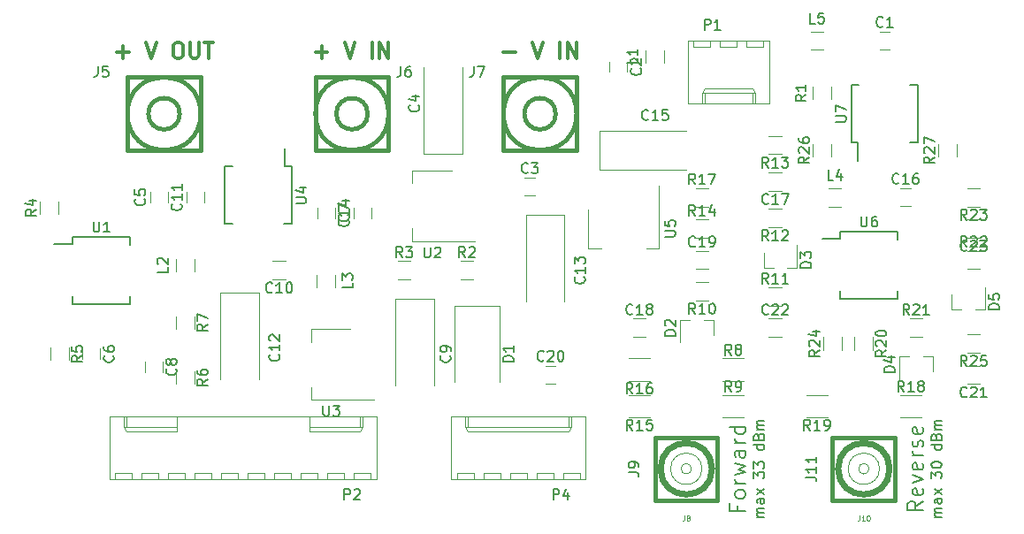
<source format=gto>
G04 #@! TF.FileFunction,Legend,Top*
%FSLAX46Y46*%
G04 Gerber Fmt 4.6, Leading zero omitted, Abs format (unit mm)*
G04 Created by KiCad (PCBNEW 4.0.7) date 03/03/18 23:13:13*
%MOMM*%
%LPD*%
G01*
G04 APERTURE LIST*
%ADD10C,0.100000*%
%ADD11C,0.300000*%
%ADD12C,0.150000*%
%ADD13C,0.120000*%
%ADD14C,0.381000*%
%ADD15C,0.099060*%
G04 APERTURE END LIST*
D10*
D11*
X92500000Y-85107143D02*
X93642857Y-85107143D01*
X93071428Y-85678571D02*
X93071428Y-84535714D01*
X95285714Y-84178571D02*
X95785714Y-85678571D01*
X96285714Y-84178571D01*
X98214285Y-84178571D02*
X98499999Y-84178571D01*
X98642857Y-84250000D01*
X98785714Y-84392857D01*
X98857142Y-84678571D01*
X98857142Y-85178571D01*
X98785714Y-85464286D01*
X98642857Y-85607143D01*
X98499999Y-85678571D01*
X98214285Y-85678571D01*
X98071428Y-85607143D01*
X97928571Y-85464286D01*
X97857142Y-85178571D01*
X97857142Y-84678571D01*
X97928571Y-84392857D01*
X98071428Y-84250000D01*
X98214285Y-84178571D01*
X99500000Y-84178571D02*
X99500000Y-85392857D01*
X99571428Y-85535714D01*
X99642857Y-85607143D01*
X99785714Y-85678571D01*
X100071428Y-85678571D01*
X100214286Y-85607143D01*
X100285714Y-85535714D01*
X100357143Y-85392857D01*
X100357143Y-84178571D01*
X100857143Y-84178571D02*
X101714286Y-84178571D01*
X101285715Y-85678571D02*
X101285715Y-84178571D01*
X111500000Y-85107143D02*
X112642857Y-85107143D01*
X112071428Y-85678571D02*
X112071428Y-84535714D01*
X114285714Y-84178571D02*
X114785714Y-85678571D01*
X115285714Y-84178571D01*
X116928571Y-85678571D02*
X116928571Y-84178571D01*
X117642857Y-85678571D02*
X117642857Y-84178571D01*
X118500000Y-85678571D01*
X118500000Y-84178571D01*
X129500000Y-85107143D02*
X130642857Y-85107143D01*
X132285714Y-84178571D02*
X132785714Y-85678571D01*
X133285714Y-84178571D01*
X134928571Y-85678571D02*
X134928571Y-84178571D01*
X135642857Y-85678571D02*
X135642857Y-84178571D01*
X136500000Y-85678571D01*
X136500000Y-84178571D01*
D12*
X154452381Y-129619048D02*
X153785714Y-129619048D01*
X153880952Y-129619048D02*
X153833333Y-129571429D01*
X153785714Y-129476191D01*
X153785714Y-129333333D01*
X153833333Y-129238095D01*
X153928571Y-129190476D01*
X154452381Y-129190476D01*
X153928571Y-129190476D02*
X153833333Y-129142857D01*
X153785714Y-129047619D01*
X153785714Y-128904762D01*
X153833333Y-128809524D01*
X153928571Y-128761905D01*
X154452381Y-128761905D01*
X154452381Y-127857143D02*
X153928571Y-127857143D01*
X153833333Y-127904762D01*
X153785714Y-128000000D01*
X153785714Y-128190477D01*
X153833333Y-128285715D01*
X154404762Y-127857143D02*
X154452381Y-127952381D01*
X154452381Y-128190477D01*
X154404762Y-128285715D01*
X154309524Y-128333334D01*
X154214286Y-128333334D01*
X154119048Y-128285715D01*
X154071429Y-128190477D01*
X154071429Y-127952381D01*
X154023810Y-127857143D01*
X154452381Y-127476191D02*
X153785714Y-126952381D01*
X153785714Y-127476191D02*
X154452381Y-126952381D01*
X153452381Y-125904762D02*
X153452381Y-125285714D01*
X153833333Y-125619048D01*
X153833333Y-125476190D01*
X153880952Y-125380952D01*
X153928571Y-125333333D01*
X154023810Y-125285714D01*
X154261905Y-125285714D01*
X154357143Y-125333333D01*
X154404762Y-125380952D01*
X154452381Y-125476190D01*
X154452381Y-125761905D01*
X154404762Y-125857143D01*
X154357143Y-125904762D01*
X153452381Y-124952381D02*
X153452381Y-124333333D01*
X153833333Y-124666667D01*
X153833333Y-124523809D01*
X153880952Y-124428571D01*
X153928571Y-124380952D01*
X154023810Y-124333333D01*
X154261905Y-124333333D01*
X154357143Y-124380952D01*
X154404762Y-124428571D01*
X154452381Y-124523809D01*
X154452381Y-124809524D01*
X154404762Y-124904762D01*
X154357143Y-124952381D01*
X154452381Y-122714285D02*
X153452381Y-122714285D01*
X154404762Y-122714285D02*
X154452381Y-122809523D01*
X154452381Y-123000000D01*
X154404762Y-123095238D01*
X154357143Y-123142857D01*
X154261905Y-123190476D01*
X153976190Y-123190476D01*
X153880952Y-123142857D01*
X153833333Y-123095238D01*
X153785714Y-123000000D01*
X153785714Y-122809523D01*
X153833333Y-122714285D01*
X153928571Y-121904761D02*
X153976190Y-121761904D01*
X154023810Y-121714285D01*
X154119048Y-121666666D01*
X154261905Y-121666666D01*
X154357143Y-121714285D01*
X154404762Y-121761904D01*
X154452381Y-121857142D01*
X154452381Y-122238095D01*
X153452381Y-122238095D01*
X153452381Y-121904761D01*
X153500000Y-121809523D01*
X153547619Y-121761904D01*
X153642857Y-121714285D01*
X153738095Y-121714285D01*
X153833333Y-121761904D01*
X153880952Y-121809523D01*
X153928571Y-121904761D01*
X153928571Y-122238095D01*
X154452381Y-121238095D02*
X153785714Y-121238095D01*
X153880952Y-121238095D02*
X153833333Y-121190476D01*
X153785714Y-121095238D01*
X153785714Y-120952380D01*
X153833333Y-120857142D01*
X153928571Y-120809523D01*
X154452381Y-120809523D01*
X153928571Y-120809523D02*
X153833333Y-120761904D01*
X153785714Y-120666666D01*
X153785714Y-120523809D01*
X153833333Y-120428571D01*
X153928571Y-120380952D01*
X154452381Y-120380952D01*
X171452381Y-129619048D02*
X170785714Y-129619048D01*
X170880952Y-129619048D02*
X170833333Y-129571429D01*
X170785714Y-129476191D01*
X170785714Y-129333333D01*
X170833333Y-129238095D01*
X170928571Y-129190476D01*
X171452381Y-129190476D01*
X170928571Y-129190476D02*
X170833333Y-129142857D01*
X170785714Y-129047619D01*
X170785714Y-128904762D01*
X170833333Y-128809524D01*
X170928571Y-128761905D01*
X171452381Y-128761905D01*
X171452381Y-127857143D02*
X170928571Y-127857143D01*
X170833333Y-127904762D01*
X170785714Y-128000000D01*
X170785714Y-128190477D01*
X170833333Y-128285715D01*
X171404762Y-127857143D02*
X171452381Y-127952381D01*
X171452381Y-128190477D01*
X171404762Y-128285715D01*
X171309524Y-128333334D01*
X171214286Y-128333334D01*
X171119048Y-128285715D01*
X171071429Y-128190477D01*
X171071429Y-127952381D01*
X171023810Y-127857143D01*
X171452381Y-127476191D02*
X170785714Y-126952381D01*
X170785714Y-127476191D02*
X171452381Y-126952381D01*
X170452381Y-125904762D02*
X170452381Y-125285714D01*
X170833333Y-125619048D01*
X170833333Y-125476190D01*
X170880952Y-125380952D01*
X170928571Y-125333333D01*
X171023810Y-125285714D01*
X171261905Y-125285714D01*
X171357143Y-125333333D01*
X171404762Y-125380952D01*
X171452381Y-125476190D01*
X171452381Y-125761905D01*
X171404762Y-125857143D01*
X171357143Y-125904762D01*
X170452381Y-124666667D02*
X170452381Y-124571428D01*
X170500000Y-124476190D01*
X170547619Y-124428571D01*
X170642857Y-124380952D01*
X170833333Y-124333333D01*
X171071429Y-124333333D01*
X171261905Y-124380952D01*
X171357143Y-124428571D01*
X171404762Y-124476190D01*
X171452381Y-124571428D01*
X171452381Y-124666667D01*
X171404762Y-124761905D01*
X171357143Y-124809524D01*
X171261905Y-124857143D01*
X171071429Y-124904762D01*
X170833333Y-124904762D01*
X170642857Y-124857143D01*
X170547619Y-124809524D01*
X170500000Y-124761905D01*
X170452381Y-124666667D01*
X171452381Y-122714285D02*
X170452381Y-122714285D01*
X171404762Y-122714285D02*
X171452381Y-122809523D01*
X171452381Y-123000000D01*
X171404762Y-123095238D01*
X171357143Y-123142857D01*
X171261905Y-123190476D01*
X170976190Y-123190476D01*
X170880952Y-123142857D01*
X170833333Y-123095238D01*
X170785714Y-123000000D01*
X170785714Y-122809523D01*
X170833333Y-122714285D01*
X170928571Y-121904761D02*
X170976190Y-121761904D01*
X171023810Y-121714285D01*
X171119048Y-121666666D01*
X171261905Y-121666666D01*
X171357143Y-121714285D01*
X171404762Y-121761904D01*
X171452381Y-121857142D01*
X171452381Y-122238095D01*
X170452381Y-122238095D01*
X170452381Y-121904761D01*
X170500000Y-121809523D01*
X170547619Y-121761904D01*
X170642857Y-121714285D01*
X170738095Y-121714285D01*
X170833333Y-121761904D01*
X170880952Y-121809523D01*
X170928571Y-121904761D01*
X170928571Y-122238095D01*
X171452381Y-121238095D02*
X170785714Y-121238095D01*
X170880952Y-121238095D02*
X170833333Y-121190476D01*
X170785714Y-121095238D01*
X170785714Y-120952380D01*
X170833333Y-120857142D01*
X170928571Y-120809523D01*
X171452381Y-120809523D01*
X170928571Y-120809523D02*
X170833333Y-120761904D01*
X170785714Y-120666666D01*
X170785714Y-120523809D01*
X170833333Y-120428571D01*
X170928571Y-120380952D01*
X171452381Y-120380952D01*
X169678571Y-128107142D02*
X168964286Y-128607142D01*
X169678571Y-128964285D02*
X168178571Y-128964285D01*
X168178571Y-128392857D01*
X168250000Y-128249999D01*
X168321429Y-128178571D01*
X168464286Y-128107142D01*
X168678571Y-128107142D01*
X168821429Y-128178571D01*
X168892857Y-128249999D01*
X168964286Y-128392857D01*
X168964286Y-128964285D01*
X169607143Y-126892857D02*
X169678571Y-127035714D01*
X169678571Y-127321428D01*
X169607143Y-127464285D01*
X169464286Y-127535714D01*
X168892857Y-127535714D01*
X168750000Y-127464285D01*
X168678571Y-127321428D01*
X168678571Y-127035714D01*
X168750000Y-126892857D01*
X168892857Y-126821428D01*
X169035714Y-126821428D01*
X169178571Y-127535714D01*
X168678571Y-126321428D02*
X169678571Y-125964285D01*
X168678571Y-125607143D01*
X169607143Y-124464286D02*
X169678571Y-124607143D01*
X169678571Y-124892857D01*
X169607143Y-125035714D01*
X169464286Y-125107143D01*
X168892857Y-125107143D01*
X168750000Y-125035714D01*
X168678571Y-124892857D01*
X168678571Y-124607143D01*
X168750000Y-124464286D01*
X168892857Y-124392857D01*
X169035714Y-124392857D01*
X169178571Y-125107143D01*
X169678571Y-123750000D02*
X168678571Y-123750000D01*
X168964286Y-123750000D02*
X168821429Y-123678572D01*
X168750000Y-123607143D01*
X168678571Y-123464286D01*
X168678571Y-123321429D01*
X169607143Y-122892858D02*
X169678571Y-122750001D01*
X169678571Y-122464286D01*
X169607143Y-122321429D01*
X169464286Y-122250001D01*
X169392857Y-122250001D01*
X169250000Y-122321429D01*
X169178571Y-122464286D01*
X169178571Y-122678572D01*
X169107143Y-122821429D01*
X168964286Y-122892858D01*
X168892857Y-122892858D01*
X168750000Y-122821429D01*
X168678571Y-122678572D01*
X168678571Y-122464286D01*
X168750000Y-122321429D01*
X169607143Y-121035715D02*
X169678571Y-121178572D01*
X169678571Y-121464286D01*
X169607143Y-121607143D01*
X169464286Y-121678572D01*
X168892857Y-121678572D01*
X168750000Y-121607143D01*
X168678571Y-121464286D01*
X168678571Y-121178572D01*
X168750000Y-121035715D01*
X168892857Y-120964286D01*
X169035714Y-120964286D01*
X169178571Y-121678572D01*
X151892857Y-128535714D02*
X151892857Y-129035714D01*
X152678571Y-129035714D02*
X151178571Y-129035714D01*
X151178571Y-128321428D01*
X152678571Y-127535714D02*
X152607143Y-127678572D01*
X152535714Y-127750000D01*
X152392857Y-127821429D01*
X151964286Y-127821429D01*
X151821429Y-127750000D01*
X151750000Y-127678572D01*
X151678571Y-127535714D01*
X151678571Y-127321429D01*
X151750000Y-127178572D01*
X151821429Y-127107143D01*
X151964286Y-127035714D01*
X152392857Y-127035714D01*
X152535714Y-127107143D01*
X152607143Y-127178572D01*
X152678571Y-127321429D01*
X152678571Y-127535714D01*
X152678571Y-126392857D02*
X151678571Y-126392857D01*
X151964286Y-126392857D02*
X151821429Y-126321429D01*
X151750000Y-126250000D01*
X151678571Y-126107143D01*
X151678571Y-125964286D01*
X151678571Y-125607143D02*
X152678571Y-125321429D01*
X151964286Y-125035715D01*
X152678571Y-124750000D01*
X151678571Y-124464286D01*
X152678571Y-123250000D02*
X151892857Y-123250000D01*
X151750000Y-123321429D01*
X151678571Y-123464286D01*
X151678571Y-123750000D01*
X151750000Y-123892857D01*
X152607143Y-123250000D02*
X152678571Y-123392857D01*
X152678571Y-123750000D01*
X152607143Y-123892857D01*
X152464286Y-123964286D01*
X152321429Y-123964286D01*
X152178571Y-123892857D01*
X152107143Y-123750000D01*
X152107143Y-123392857D01*
X152035714Y-123250000D01*
X152678571Y-122535714D02*
X151678571Y-122535714D01*
X151964286Y-122535714D02*
X151821429Y-122464286D01*
X151750000Y-122392857D01*
X151678571Y-122250000D01*
X151678571Y-122107143D01*
X152678571Y-120964286D02*
X151178571Y-120964286D01*
X152607143Y-120964286D02*
X152678571Y-121107143D01*
X152678571Y-121392857D01*
X152607143Y-121535715D01*
X152535714Y-121607143D01*
X152392857Y-121678572D01*
X151964286Y-121678572D01*
X151821429Y-121607143D01*
X151750000Y-121535715D01*
X151678571Y-121392857D01*
X151678571Y-121107143D01*
X151750000Y-120964286D01*
X161750000Y-102295000D02*
X161750000Y-102950000D01*
X167250000Y-102295000D02*
X167250000Y-103045000D01*
X167250000Y-108705000D02*
X167250000Y-107955000D01*
X161750000Y-108705000D02*
X161750000Y-107955000D01*
X161750000Y-102295000D02*
X167250000Y-102295000D01*
X161750000Y-108705000D02*
X167250000Y-108705000D01*
X161750000Y-102950000D02*
X160000000Y-102950000D01*
D13*
X86120000Y-114600000D02*
X86120000Y-113400000D01*
X87880000Y-113400000D02*
X87880000Y-114600000D01*
X149100000Y-102880000D02*
X147900000Y-102880000D01*
X147900000Y-101120000D02*
X149100000Y-101120000D01*
X149580000Y-110740000D02*
X148650000Y-110740000D01*
X146420000Y-110740000D02*
X147350000Y-110740000D01*
X146420000Y-110740000D02*
X146420000Y-112900000D01*
X149580000Y-110740000D02*
X149580000Y-112200000D01*
X154420000Y-105760000D02*
X155350000Y-105760000D01*
X157580000Y-105760000D02*
X156650000Y-105760000D01*
X157580000Y-105760000D02*
X157580000Y-103600000D01*
X154420000Y-105760000D02*
X154420000Y-104300000D01*
X170580000Y-114240000D02*
X169650000Y-114240000D01*
X167420000Y-114240000D02*
X168350000Y-114240000D01*
X167420000Y-114240000D02*
X167420000Y-116400000D01*
X170580000Y-114240000D02*
X170580000Y-115700000D01*
X172420000Y-109760000D02*
X173350000Y-109760000D01*
X175580000Y-109760000D02*
X174650000Y-109760000D01*
X175580000Y-109760000D02*
X175580000Y-107600000D01*
X172420000Y-109760000D02*
X172420000Y-108300000D01*
X144880000Y-84900000D02*
X144880000Y-86100000D01*
X143120000Y-86100000D02*
X143120000Y-84900000D01*
X99880000Y-104900000D02*
X99880000Y-106100000D01*
X98120000Y-106100000D02*
X98120000Y-104900000D01*
X147130000Y-83980000D02*
X147130000Y-89980000D01*
X147130000Y-89980000D02*
X154950000Y-89980000D01*
X154950000Y-89980000D02*
X154950000Y-83980000D01*
X154950000Y-83980000D02*
X147130000Y-83980000D01*
X148500000Y-89980000D02*
X148500000Y-88980000D01*
X148500000Y-88980000D02*
X153580000Y-88980000D01*
X153580000Y-88980000D02*
X153580000Y-89980000D01*
X148500000Y-88980000D02*
X148750000Y-88550000D01*
X148750000Y-88550000D02*
X153330000Y-88550000D01*
X153330000Y-88550000D02*
X153580000Y-88980000D01*
X148750000Y-89980000D02*
X148750000Y-88980000D01*
X153330000Y-89980000D02*
X153330000Y-88980000D01*
X147700000Y-83980000D02*
X147700000Y-84600000D01*
X147700000Y-84600000D02*
X149300000Y-84600000D01*
X149300000Y-84600000D02*
X149300000Y-83980000D01*
X150240000Y-83980000D02*
X150240000Y-84600000D01*
X150240000Y-84600000D02*
X151840000Y-84600000D01*
X151840000Y-84600000D02*
X151840000Y-83980000D01*
X152780000Y-83980000D02*
X152780000Y-84600000D01*
X152780000Y-84600000D02*
X154380000Y-84600000D01*
X154380000Y-84600000D02*
X154380000Y-83980000D01*
X117370000Y-126020000D02*
X117370000Y-120020000D01*
X117370000Y-120020000D02*
X91770000Y-120020000D01*
X91770000Y-120020000D02*
X91770000Y-126020000D01*
X91770000Y-126020000D02*
X117370000Y-126020000D01*
X116000000Y-120020000D02*
X116000000Y-121020000D01*
X116000000Y-121020000D02*
X110920000Y-121020000D01*
X110920000Y-121020000D02*
X110920000Y-120020000D01*
X116000000Y-121020000D02*
X115750000Y-121450000D01*
X115750000Y-121450000D02*
X110920000Y-121450000D01*
X110920000Y-121450000D02*
X110920000Y-121020000D01*
X115750000Y-120020000D02*
X115750000Y-121020000D01*
X93140000Y-120020000D02*
X93140000Y-121020000D01*
X93140000Y-121020000D02*
X98220000Y-121020000D01*
X98220000Y-121020000D02*
X98220000Y-120020000D01*
X93140000Y-121020000D02*
X93390000Y-121450000D01*
X93390000Y-121450000D02*
X98220000Y-121450000D01*
X98220000Y-121450000D02*
X98220000Y-121020000D01*
X93390000Y-120020000D02*
X93390000Y-121020000D01*
X116800000Y-126020000D02*
X116800000Y-125400000D01*
X116800000Y-125400000D02*
X115200000Y-125400000D01*
X115200000Y-125400000D02*
X115200000Y-126020000D01*
X114260000Y-126020000D02*
X114260000Y-125400000D01*
X114260000Y-125400000D02*
X112660000Y-125400000D01*
X112660000Y-125400000D02*
X112660000Y-126020000D01*
X111720000Y-126020000D02*
X111720000Y-125400000D01*
X111720000Y-125400000D02*
X110120000Y-125400000D01*
X110120000Y-125400000D02*
X110120000Y-126020000D01*
X109180000Y-126020000D02*
X109180000Y-125400000D01*
X109180000Y-125400000D02*
X107580000Y-125400000D01*
X107580000Y-125400000D02*
X107580000Y-126020000D01*
X106640000Y-126020000D02*
X106640000Y-125400000D01*
X106640000Y-125400000D02*
X105040000Y-125400000D01*
X105040000Y-125400000D02*
X105040000Y-126020000D01*
X104100000Y-126020000D02*
X104100000Y-125400000D01*
X104100000Y-125400000D02*
X102500000Y-125400000D01*
X102500000Y-125400000D02*
X102500000Y-126020000D01*
X101560000Y-126020000D02*
X101560000Y-125400000D01*
X101560000Y-125400000D02*
X99960000Y-125400000D01*
X99960000Y-125400000D02*
X99960000Y-126020000D01*
X99020000Y-126020000D02*
X99020000Y-125400000D01*
X99020000Y-125400000D02*
X97420000Y-125400000D01*
X97420000Y-125400000D02*
X97420000Y-126020000D01*
X96480000Y-126020000D02*
X96480000Y-125400000D01*
X96480000Y-125400000D02*
X94880000Y-125400000D01*
X94880000Y-125400000D02*
X94880000Y-126020000D01*
X93940000Y-126020000D02*
X93940000Y-125400000D01*
X93940000Y-125400000D02*
X92340000Y-125400000D01*
X92340000Y-125400000D02*
X92340000Y-126020000D01*
X137370000Y-126020000D02*
X137370000Y-120020000D01*
X137370000Y-120020000D02*
X124470000Y-120020000D01*
X124470000Y-120020000D02*
X124470000Y-126020000D01*
X124470000Y-126020000D02*
X137370000Y-126020000D01*
X136000000Y-120020000D02*
X136000000Y-121020000D01*
X136000000Y-121020000D02*
X125840000Y-121020000D01*
X125840000Y-121020000D02*
X125840000Y-120020000D01*
X136000000Y-121020000D02*
X135750000Y-121450000D01*
X135750000Y-121450000D02*
X126090000Y-121450000D01*
X126090000Y-121450000D02*
X125840000Y-121020000D01*
X135750000Y-120020000D02*
X135750000Y-121020000D01*
X126090000Y-120020000D02*
X126090000Y-121020000D01*
X136800000Y-126020000D02*
X136800000Y-125400000D01*
X136800000Y-125400000D02*
X135200000Y-125400000D01*
X135200000Y-125400000D02*
X135200000Y-126020000D01*
X134260000Y-126020000D02*
X134260000Y-125400000D01*
X134260000Y-125400000D02*
X132660000Y-125400000D01*
X132660000Y-125400000D02*
X132660000Y-126020000D01*
X131720000Y-126020000D02*
X131720000Y-125400000D01*
X131720000Y-125400000D02*
X130120000Y-125400000D01*
X130120000Y-125400000D02*
X130120000Y-126020000D01*
X129180000Y-126020000D02*
X129180000Y-125400000D01*
X129180000Y-125400000D02*
X127580000Y-125400000D01*
X127580000Y-125400000D02*
X127580000Y-126020000D01*
X126640000Y-126020000D02*
X126640000Y-125400000D01*
X126640000Y-125400000D02*
X125040000Y-125400000D01*
X125040000Y-125400000D02*
X125040000Y-126020000D01*
X159120000Y-89600000D02*
X159120000Y-88400000D01*
X160880000Y-88400000D02*
X160880000Y-89600000D01*
X126600000Y-106880000D02*
X125400000Y-106880000D01*
X125400000Y-105120000D02*
X126600000Y-105120000D01*
X120600000Y-106880000D02*
X119400000Y-106880000D01*
X119400000Y-105120000D02*
X120600000Y-105120000D01*
X86880000Y-99400000D02*
X86880000Y-100600000D01*
X85120000Y-100600000D02*
X85120000Y-99400000D01*
X98120000Y-116850000D02*
X98120000Y-115650000D01*
X99880000Y-115650000D02*
X99880000Y-116850000D01*
X152500000Y-116570000D02*
X150500000Y-116570000D01*
X150500000Y-114430000D02*
X152500000Y-114430000D01*
X147900000Y-107120000D02*
X149100000Y-107120000D01*
X149100000Y-108880000D02*
X147900000Y-108880000D01*
X156100000Y-109380000D02*
X154900000Y-109380000D01*
X154900000Y-107620000D02*
X156100000Y-107620000D01*
X154900000Y-100120000D02*
X156100000Y-100120000D01*
X156100000Y-101880000D02*
X154900000Y-101880000D01*
X154900000Y-93120000D02*
X156100000Y-93120000D01*
X156100000Y-94880000D02*
X154900000Y-94880000D01*
X141500000Y-117930000D02*
X143500000Y-117930000D01*
X143500000Y-120070000D02*
X141500000Y-120070000D01*
X169500000Y-120070000D02*
X167500000Y-120070000D01*
X167500000Y-117930000D02*
X169500000Y-117930000D01*
X163120000Y-113600000D02*
X163120000Y-112400000D01*
X164880000Y-112400000D02*
X164880000Y-113600000D01*
X169600000Y-112380000D02*
X168400000Y-112380000D01*
X168400000Y-110620000D02*
X169600000Y-110620000D01*
X175100000Y-105880000D02*
X173900000Y-105880000D01*
X173900000Y-104120000D02*
X175100000Y-104120000D01*
X173900000Y-98120000D02*
X175100000Y-98120000D01*
X175100000Y-99880000D02*
X173900000Y-99880000D01*
X161880000Y-112400000D02*
X161880000Y-113600000D01*
X160120000Y-113600000D02*
X160120000Y-112400000D01*
X129150000Y-109400000D02*
X124850000Y-109400000D01*
X124850000Y-109400000D02*
X124850000Y-116700000D01*
X129150000Y-109400000D02*
X129150000Y-116700000D01*
X111620000Y-107600000D02*
X111620000Y-106400000D01*
X113380000Y-106400000D02*
X113380000Y-107600000D01*
X161850000Y-99880000D02*
X160650000Y-99880000D01*
X160650000Y-98120000D02*
X161850000Y-98120000D01*
X173900000Y-112120000D02*
X175100000Y-112120000D01*
X175100000Y-113880000D02*
X173900000Y-113880000D01*
X106117000Y-108111000D02*
X106117000Y-116411000D01*
X102417000Y-108111000D02*
X102417000Y-116411000D01*
X106117000Y-108111000D02*
X102417000Y-108111000D01*
X135350000Y-100700000D02*
X135350000Y-109000000D01*
X131650000Y-100700000D02*
X131650000Y-109000000D01*
X135350000Y-100700000D02*
X131650000Y-100700000D01*
X98120000Y-111600000D02*
X98120000Y-110400000D01*
X99880000Y-110400000D02*
X99880000Y-111600000D01*
X152500000Y-120070000D02*
X150500000Y-120070000D01*
X150500000Y-117930000D02*
X152500000Y-117930000D01*
X141500000Y-114430000D02*
X143500000Y-114430000D01*
X143500000Y-116570000D02*
X141500000Y-116570000D01*
X149100000Y-99880000D02*
X147900000Y-99880000D01*
X147900000Y-98120000D02*
X149100000Y-98120000D01*
X158500000Y-117930000D02*
X160500000Y-117930000D01*
X160500000Y-120070000D02*
X158500000Y-120070000D01*
D12*
X88250000Y-102795000D02*
X88250000Y-103450000D01*
X93750000Y-102795000D02*
X93750000Y-103545000D01*
X93750000Y-109205000D02*
X93750000Y-108455000D01*
X88250000Y-109205000D02*
X88250000Y-108455000D01*
X88250000Y-102795000D02*
X93750000Y-102795000D01*
X88250000Y-109205000D02*
X93750000Y-109205000D01*
X88250000Y-103450000D02*
X86500000Y-103450000D01*
D13*
X111090000Y-111590000D02*
X111090000Y-112850000D01*
X111090000Y-118410000D02*
X111090000Y-117150000D01*
X114850000Y-111590000D02*
X111090000Y-111590000D01*
X117100000Y-118410000D02*
X111090000Y-118410000D01*
X137590000Y-103910000D02*
X138850000Y-103910000D01*
X144410000Y-103910000D02*
X143150000Y-103910000D01*
X137590000Y-100150000D02*
X137590000Y-103910000D01*
X144410000Y-97900000D02*
X144410000Y-103910000D01*
X120772000Y-96412000D02*
X120772000Y-97672000D01*
X120772000Y-103232000D02*
X120772000Y-101972000D01*
X124532000Y-96412000D02*
X120772000Y-96412000D01*
X126782000Y-103232000D02*
X120772000Y-103232000D01*
X138700000Y-92650000D02*
X147000000Y-92650000D01*
X138700000Y-96350000D02*
X147000000Y-96350000D01*
X138700000Y-92650000D02*
X138700000Y-96350000D01*
X121848000Y-94835000D02*
X121848000Y-86535000D01*
X125548000Y-94835000D02*
X125548000Y-86535000D01*
X121848000Y-94835000D02*
X125548000Y-94835000D01*
X122850000Y-108700000D02*
X122850000Y-117000000D01*
X119150000Y-108700000D02*
X119150000Y-117000000D01*
X122850000Y-108700000D02*
X119150000Y-108700000D01*
D14*
X98500000Y-91000000D02*
G75*
G03X98500000Y-91000000I-1500000J0D01*
G01*
X100502303Y-91000000D02*
G75*
G03X100502303Y-91000000I-3502303J0D01*
G01*
X93500000Y-87500000D02*
X100500000Y-87500000D01*
X100500000Y-87500000D02*
X100500000Y-94500000D01*
X100500000Y-94500000D02*
X93500000Y-94500000D01*
X93500000Y-94500000D02*
X93500000Y-87500000D01*
X116500000Y-91000000D02*
G75*
G03X116500000Y-91000000I-1500000J0D01*
G01*
X118502303Y-91000000D02*
G75*
G03X118502303Y-91000000I-3502303J0D01*
G01*
X111500000Y-87500000D02*
X118500000Y-87500000D01*
X118500000Y-87500000D02*
X118500000Y-94500000D01*
X118500000Y-94500000D02*
X111500000Y-94500000D01*
X111500000Y-94500000D02*
X111500000Y-87500000D01*
X134500000Y-91000000D02*
G75*
G03X134500000Y-91000000I-1500000J0D01*
G01*
X136502303Y-91000000D02*
G75*
G03X136502303Y-91000000I-3502303J0D01*
G01*
X129500000Y-87500000D02*
X136500000Y-87500000D01*
X136500000Y-87500000D02*
X136500000Y-94500000D01*
X136500000Y-94500000D02*
X129500000Y-94500000D01*
X129500000Y-94500000D02*
X129500000Y-87500000D01*
D13*
X107400000Y-105120000D02*
X108600000Y-105120000D01*
X108600000Y-106880000D02*
X107400000Y-106880000D01*
X154900000Y-96620000D02*
X156100000Y-96620000D01*
X156100000Y-98380000D02*
X154900000Y-98380000D01*
X143100000Y-112380000D02*
X141900000Y-112380000D01*
X141900000Y-110620000D02*
X143100000Y-110620000D01*
X149100000Y-105880000D02*
X147900000Y-105880000D01*
X147900000Y-104120000D02*
X149100000Y-104120000D01*
X173900000Y-115120000D02*
X175100000Y-115120000D01*
X175100000Y-116880000D02*
X173900000Y-116880000D01*
X156100000Y-112380000D02*
X154900000Y-112380000D01*
X154900000Y-110620000D02*
X156100000Y-110620000D01*
X173900000Y-101120000D02*
X175100000Y-101120000D01*
X175100000Y-102880000D02*
X173900000Y-102880000D01*
D12*
X109250000Y-96056000D02*
X108595000Y-96056000D01*
X109250000Y-101556000D02*
X108500000Y-101556000D01*
X102840000Y-101556000D02*
X103590000Y-101556000D01*
X102840000Y-96056000D02*
X103590000Y-96056000D01*
X109250000Y-96056000D02*
X109250000Y-101556000D01*
X102840000Y-96056000D02*
X102840000Y-101556000D01*
X108595000Y-96056000D02*
X108595000Y-94306000D01*
D13*
X160100000Y-84880000D02*
X158900000Y-84880000D01*
X158900000Y-83120000D02*
X160100000Y-83120000D01*
X160880000Y-93900000D02*
X160880000Y-95100000D01*
X159120000Y-95100000D02*
X159120000Y-93900000D01*
X172880000Y-93900000D02*
X172880000Y-95100000D01*
X171120000Y-95100000D02*
X171120000Y-93900000D01*
D12*
X162795000Y-93750000D02*
X163450000Y-93750000D01*
X162795000Y-88250000D02*
X163545000Y-88250000D01*
X169205000Y-88250000D02*
X168455000Y-88250000D01*
X169205000Y-93750000D02*
X168455000Y-93750000D01*
X162795000Y-93750000D02*
X162795000Y-88250000D01*
X169205000Y-93750000D02*
X169205000Y-88250000D01*
X163450000Y-93750000D02*
X163450000Y-95500000D01*
D13*
X166500000Y-83150000D02*
X165500000Y-83150000D01*
X165500000Y-84850000D02*
X166500000Y-84850000D01*
X141350000Y-87000000D02*
X141350000Y-86000000D01*
X139650000Y-86000000D02*
X139650000Y-87000000D01*
X132500000Y-97150000D02*
X131500000Y-97150000D01*
X131500000Y-98850000D02*
X132500000Y-98850000D01*
X95650000Y-98500000D02*
X95650000Y-99500000D01*
X97350000Y-99500000D02*
X97350000Y-98500000D01*
X90850000Y-114500000D02*
X90850000Y-113500000D01*
X89150000Y-113500000D02*
X89150000Y-114500000D01*
X115150000Y-100000000D02*
X115150000Y-101000000D01*
X116850000Y-101000000D02*
X116850000Y-100000000D01*
X96850000Y-115750000D02*
X96850000Y-114750000D01*
X95150000Y-114750000D02*
X95150000Y-115750000D01*
X99150000Y-98500000D02*
X99150000Y-99500000D01*
X100850000Y-99500000D02*
X100850000Y-98500000D01*
X113350000Y-101000000D02*
X113350000Y-100000000D01*
X111650000Y-100000000D02*
X111650000Y-101000000D01*
X168500000Y-98150000D02*
X167500000Y-98150000D01*
X167500000Y-99850000D02*
X168500000Y-99850000D01*
X134500000Y-115150000D02*
X133500000Y-115150000D01*
X133500000Y-116850000D02*
X134500000Y-116850000D01*
D15*
X147500380Y-125000000D02*
G75*
G03X147500380Y-125000000I-500380J0D01*
G01*
X148501140Y-125000000D02*
G75*
G03X148501140Y-125000000I-1501140J0D01*
G01*
D14*
X149548957Y-125000000D02*
G75*
G03X149548957Y-125000000I-2548957J0D01*
G01*
X144000260Y-122000260D02*
X149999740Y-122000260D01*
X149999740Y-122000260D02*
X149999740Y-127999740D01*
X149999740Y-127999740D02*
X144000260Y-127999740D01*
X144000260Y-127999740D02*
X144000260Y-122000260D01*
X149371904Y-125000000D02*
G75*
G03X149371904Y-125000000I-2371904J0D01*
G01*
D15*
X164500380Y-125000000D02*
G75*
G03X164500380Y-125000000I-500380J0D01*
G01*
X165501140Y-125000000D02*
G75*
G03X165501140Y-125000000I-1501140J0D01*
G01*
D14*
X166548957Y-125000000D02*
G75*
G03X166548957Y-125000000I-2548957J0D01*
G01*
X161000260Y-122000260D02*
X166999740Y-122000260D01*
X166999740Y-122000260D02*
X166999740Y-127999740D01*
X166999740Y-127999740D02*
X161000260Y-127999740D01*
X161000260Y-127999740D02*
X161000260Y-122000260D01*
X166371904Y-125000000D02*
G75*
G03X166371904Y-125000000I-2371904J0D01*
G01*
D12*
X163738095Y-100822381D02*
X163738095Y-101631905D01*
X163785714Y-101727143D01*
X163833333Y-101774762D01*
X163928571Y-101822381D01*
X164119048Y-101822381D01*
X164214286Y-101774762D01*
X164261905Y-101727143D01*
X164309524Y-101631905D01*
X164309524Y-100822381D01*
X165214286Y-100822381D02*
X165023809Y-100822381D01*
X164928571Y-100870000D01*
X164880952Y-100917619D01*
X164785714Y-101060476D01*
X164738095Y-101250952D01*
X164738095Y-101631905D01*
X164785714Y-101727143D01*
X164833333Y-101774762D01*
X164928571Y-101822381D01*
X165119048Y-101822381D01*
X165214286Y-101774762D01*
X165261905Y-101727143D01*
X165309524Y-101631905D01*
X165309524Y-101393810D01*
X165261905Y-101298571D01*
X165214286Y-101250952D01*
X165119048Y-101203333D01*
X164928571Y-101203333D01*
X164833333Y-101250952D01*
X164785714Y-101298571D01*
X164738095Y-101393810D01*
X89152381Y-114166666D02*
X88676190Y-114500000D01*
X89152381Y-114738095D02*
X88152381Y-114738095D01*
X88152381Y-114357142D01*
X88200000Y-114261904D01*
X88247619Y-114214285D01*
X88342857Y-114166666D01*
X88485714Y-114166666D01*
X88580952Y-114214285D01*
X88628571Y-114261904D01*
X88676190Y-114357142D01*
X88676190Y-114738095D01*
X88152381Y-113261904D02*
X88152381Y-113738095D01*
X88628571Y-113785714D01*
X88580952Y-113738095D01*
X88533333Y-113642857D01*
X88533333Y-113404761D01*
X88580952Y-113309523D01*
X88628571Y-113261904D01*
X88723810Y-113214285D01*
X88961905Y-113214285D01*
X89057143Y-113261904D01*
X89104762Y-113309523D01*
X89152381Y-113404761D01*
X89152381Y-113642857D01*
X89104762Y-113738095D01*
X89057143Y-113785714D01*
X147857143Y-100752381D02*
X147523809Y-100276190D01*
X147285714Y-100752381D02*
X147285714Y-99752381D01*
X147666667Y-99752381D01*
X147761905Y-99800000D01*
X147809524Y-99847619D01*
X147857143Y-99942857D01*
X147857143Y-100085714D01*
X147809524Y-100180952D01*
X147761905Y-100228571D01*
X147666667Y-100276190D01*
X147285714Y-100276190D01*
X148809524Y-100752381D02*
X148238095Y-100752381D01*
X148523809Y-100752381D02*
X148523809Y-99752381D01*
X148428571Y-99895238D01*
X148333333Y-99990476D01*
X148238095Y-100038095D01*
X149666667Y-100085714D02*
X149666667Y-100752381D01*
X149428571Y-99704762D02*
X149190476Y-100419048D01*
X149809524Y-100419048D01*
X145952381Y-112238095D02*
X144952381Y-112238095D01*
X144952381Y-112000000D01*
X145000000Y-111857142D01*
X145095238Y-111761904D01*
X145190476Y-111714285D01*
X145380952Y-111666666D01*
X145523810Y-111666666D01*
X145714286Y-111714285D01*
X145809524Y-111761904D01*
X145904762Y-111857142D01*
X145952381Y-112000000D01*
X145952381Y-112238095D01*
X145047619Y-111285714D02*
X145000000Y-111238095D01*
X144952381Y-111142857D01*
X144952381Y-110904761D01*
X145000000Y-110809523D01*
X145047619Y-110761904D01*
X145142857Y-110714285D01*
X145238095Y-110714285D01*
X145380952Y-110761904D01*
X145952381Y-111333333D01*
X145952381Y-110714285D01*
X158952381Y-105738095D02*
X157952381Y-105738095D01*
X157952381Y-105500000D01*
X158000000Y-105357142D01*
X158095238Y-105261904D01*
X158190476Y-105214285D01*
X158380952Y-105166666D01*
X158523810Y-105166666D01*
X158714286Y-105214285D01*
X158809524Y-105261904D01*
X158904762Y-105357142D01*
X158952381Y-105500000D01*
X158952381Y-105738095D01*
X157952381Y-104833333D02*
X157952381Y-104214285D01*
X158333333Y-104547619D01*
X158333333Y-104404761D01*
X158380952Y-104309523D01*
X158428571Y-104261904D01*
X158523810Y-104214285D01*
X158761905Y-104214285D01*
X158857143Y-104261904D01*
X158904762Y-104309523D01*
X158952381Y-104404761D01*
X158952381Y-104690476D01*
X158904762Y-104785714D01*
X158857143Y-104833333D01*
X166952381Y-115738095D02*
X165952381Y-115738095D01*
X165952381Y-115500000D01*
X166000000Y-115357142D01*
X166095238Y-115261904D01*
X166190476Y-115214285D01*
X166380952Y-115166666D01*
X166523810Y-115166666D01*
X166714286Y-115214285D01*
X166809524Y-115261904D01*
X166904762Y-115357142D01*
X166952381Y-115500000D01*
X166952381Y-115738095D01*
X166285714Y-114309523D02*
X166952381Y-114309523D01*
X165904762Y-114547619D02*
X166619048Y-114785714D01*
X166619048Y-114166666D01*
X176952381Y-109738095D02*
X175952381Y-109738095D01*
X175952381Y-109500000D01*
X176000000Y-109357142D01*
X176095238Y-109261904D01*
X176190476Y-109214285D01*
X176380952Y-109166666D01*
X176523810Y-109166666D01*
X176714286Y-109214285D01*
X176809524Y-109261904D01*
X176904762Y-109357142D01*
X176952381Y-109500000D01*
X176952381Y-109738095D01*
X175952381Y-108261904D02*
X175952381Y-108738095D01*
X176428571Y-108785714D01*
X176380952Y-108738095D01*
X176333333Y-108642857D01*
X176333333Y-108404761D01*
X176380952Y-108309523D01*
X176428571Y-108261904D01*
X176523810Y-108214285D01*
X176761905Y-108214285D01*
X176857143Y-108261904D01*
X176904762Y-108309523D01*
X176952381Y-108404761D01*
X176952381Y-108642857D01*
X176904762Y-108738095D01*
X176857143Y-108785714D01*
X142352381Y-85666666D02*
X142352381Y-86142857D01*
X141352381Y-86142857D01*
X142352381Y-84809523D02*
X142352381Y-85380952D01*
X142352381Y-85095238D02*
X141352381Y-85095238D01*
X141495238Y-85190476D01*
X141590476Y-85285714D01*
X141638095Y-85380952D01*
X97352381Y-105666666D02*
X97352381Y-106142857D01*
X96352381Y-106142857D01*
X96447619Y-105380952D02*
X96400000Y-105333333D01*
X96352381Y-105238095D01*
X96352381Y-104999999D01*
X96400000Y-104904761D01*
X96447619Y-104857142D01*
X96542857Y-104809523D01*
X96638095Y-104809523D01*
X96780952Y-104857142D01*
X97352381Y-105428571D01*
X97352381Y-104809523D01*
X148761905Y-82952381D02*
X148761905Y-81952381D01*
X149142858Y-81952381D01*
X149238096Y-82000000D01*
X149285715Y-82047619D01*
X149333334Y-82142857D01*
X149333334Y-82285714D01*
X149285715Y-82380952D01*
X149238096Y-82428571D01*
X149142858Y-82476190D01*
X148761905Y-82476190D01*
X150285715Y-82952381D02*
X149714286Y-82952381D01*
X150000000Y-82952381D02*
X150000000Y-81952381D01*
X149904762Y-82095238D01*
X149809524Y-82190476D01*
X149714286Y-82238095D01*
X114261905Y-127952381D02*
X114261905Y-126952381D01*
X114642858Y-126952381D01*
X114738096Y-127000000D01*
X114785715Y-127047619D01*
X114833334Y-127142857D01*
X114833334Y-127285714D01*
X114785715Y-127380952D01*
X114738096Y-127428571D01*
X114642858Y-127476190D01*
X114261905Y-127476190D01*
X115214286Y-127047619D02*
X115261905Y-127000000D01*
X115357143Y-126952381D01*
X115595239Y-126952381D01*
X115690477Y-127000000D01*
X115738096Y-127047619D01*
X115785715Y-127142857D01*
X115785715Y-127238095D01*
X115738096Y-127380952D01*
X115166667Y-127952381D01*
X115785715Y-127952381D01*
X134261905Y-127952381D02*
X134261905Y-126952381D01*
X134642858Y-126952381D01*
X134738096Y-127000000D01*
X134785715Y-127047619D01*
X134833334Y-127142857D01*
X134833334Y-127285714D01*
X134785715Y-127380952D01*
X134738096Y-127428571D01*
X134642858Y-127476190D01*
X134261905Y-127476190D01*
X135690477Y-127285714D02*
X135690477Y-127952381D01*
X135452381Y-126904762D02*
X135214286Y-127619048D01*
X135833334Y-127619048D01*
X158452381Y-89166666D02*
X157976190Y-89500000D01*
X158452381Y-89738095D02*
X157452381Y-89738095D01*
X157452381Y-89357142D01*
X157500000Y-89261904D01*
X157547619Y-89214285D01*
X157642857Y-89166666D01*
X157785714Y-89166666D01*
X157880952Y-89214285D01*
X157928571Y-89261904D01*
X157976190Y-89357142D01*
X157976190Y-89738095D01*
X158452381Y-88214285D02*
X158452381Y-88785714D01*
X158452381Y-88500000D02*
X157452381Y-88500000D01*
X157595238Y-88595238D01*
X157690476Y-88690476D01*
X157738095Y-88785714D01*
X125833334Y-104752381D02*
X125500000Y-104276190D01*
X125261905Y-104752381D02*
X125261905Y-103752381D01*
X125642858Y-103752381D01*
X125738096Y-103800000D01*
X125785715Y-103847619D01*
X125833334Y-103942857D01*
X125833334Y-104085714D01*
X125785715Y-104180952D01*
X125738096Y-104228571D01*
X125642858Y-104276190D01*
X125261905Y-104276190D01*
X126214286Y-103847619D02*
X126261905Y-103800000D01*
X126357143Y-103752381D01*
X126595239Y-103752381D01*
X126690477Y-103800000D01*
X126738096Y-103847619D01*
X126785715Y-103942857D01*
X126785715Y-104038095D01*
X126738096Y-104180952D01*
X126166667Y-104752381D01*
X126785715Y-104752381D01*
X119833334Y-104752381D02*
X119500000Y-104276190D01*
X119261905Y-104752381D02*
X119261905Y-103752381D01*
X119642858Y-103752381D01*
X119738096Y-103800000D01*
X119785715Y-103847619D01*
X119833334Y-103942857D01*
X119833334Y-104085714D01*
X119785715Y-104180952D01*
X119738096Y-104228571D01*
X119642858Y-104276190D01*
X119261905Y-104276190D01*
X120166667Y-103752381D02*
X120785715Y-103752381D01*
X120452381Y-104133333D01*
X120595239Y-104133333D01*
X120690477Y-104180952D01*
X120738096Y-104228571D01*
X120785715Y-104323810D01*
X120785715Y-104561905D01*
X120738096Y-104657143D01*
X120690477Y-104704762D01*
X120595239Y-104752381D01*
X120309524Y-104752381D01*
X120214286Y-104704762D01*
X120166667Y-104657143D01*
X84752381Y-100166666D02*
X84276190Y-100500000D01*
X84752381Y-100738095D02*
X83752381Y-100738095D01*
X83752381Y-100357142D01*
X83800000Y-100261904D01*
X83847619Y-100214285D01*
X83942857Y-100166666D01*
X84085714Y-100166666D01*
X84180952Y-100214285D01*
X84228571Y-100261904D01*
X84276190Y-100357142D01*
X84276190Y-100738095D01*
X84085714Y-99309523D02*
X84752381Y-99309523D01*
X83704762Y-99547619D02*
X84419048Y-99785714D01*
X84419048Y-99166666D01*
X101152381Y-116416666D02*
X100676190Y-116750000D01*
X101152381Y-116988095D02*
X100152381Y-116988095D01*
X100152381Y-116607142D01*
X100200000Y-116511904D01*
X100247619Y-116464285D01*
X100342857Y-116416666D01*
X100485714Y-116416666D01*
X100580952Y-116464285D01*
X100628571Y-116511904D01*
X100676190Y-116607142D01*
X100676190Y-116988095D01*
X100152381Y-115559523D02*
X100152381Y-115750000D01*
X100200000Y-115845238D01*
X100247619Y-115892857D01*
X100390476Y-115988095D01*
X100580952Y-116035714D01*
X100961905Y-116035714D01*
X101057143Y-115988095D01*
X101104762Y-115940476D01*
X101152381Y-115845238D01*
X101152381Y-115654761D01*
X101104762Y-115559523D01*
X101057143Y-115511904D01*
X100961905Y-115464285D01*
X100723810Y-115464285D01*
X100628571Y-115511904D01*
X100580952Y-115559523D01*
X100533333Y-115654761D01*
X100533333Y-115845238D01*
X100580952Y-115940476D01*
X100628571Y-115988095D01*
X100723810Y-116035714D01*
X151333334Y-114102381D02*
X151000000Y-113626190D01*
X150761905Y-114102381D02*
X150761905Y-113102381D01*
X151142858Y-113102381D01*
X151238096Y-113150000D01*
X151285715Y-113197619D01*
X151333334Y-113292857D01*
X151333334Y-113435714D01*
X151285715Y-113530952D01*
X151238096Y-113578571D01*
X151142858Y-113626190D01*
X150761905Y-113626190D01*
X151904762Y-113530952D02*
X151809524Y-113483333D01*
X151761905Y-113435714D01*
X151714286Y-113340476D01*
X151714286Y-113292857D01*
X151761905Y-113197619D01*
X151809524Y-113150000D01*
X151904762Y-113102381D01*
X152095239Y-113102381D01*
X152190477Y-113150000D01*
X152238096Y-113197619D01*
X152285715Y-113292857D01*
X152285715Y-113340476D01*
X152238096Y-113435714D01*
X152190477Y-113483333D01*
X152095239Y-113530952D01*
X151904762Y-113530952D01*
X151809524Y-113578571D01*
X151761905Y-113626190D01*
X151714286Y-113721429D01*
X151714286Y-113911905D01*
X151761905Y-114007143D01*
X151809524Y-114054762D01*
X151904762Y-114102381D01*
X152095239Y-114102381D01*
X152190477Y-114054762D01*
X152238096Y-114007143D01*
X152285715Y-113911905D01*
X152285715Y-113721429D01*
X152238096Y-113626190D01*
X152190477Y-113578571D01*
X152095239Y-113530952D01*
X147857143Y-110152381D02*
X147523809Y-109676190D01*
X147285714Y-110152381D02*
X147285714Y-109152381D01*
X147666667Y-109152381D01*
X147761905Y-109200000D01*
X147809524Y-109247619D01*
X147857143Y-109342857D01*
X147857143Y-109485714D01*
X147809524Y-109580952D01*
X147761905Y-109628571D01*
X147666667Y-109676190D01*
X147285714Y-109676190D01*
X148809524Y-110152381D02*
X148238095Y-110152381D01*
X148523809Y-110152381D02*
X148523809Y-109152381D01*
X148428571Y-109295238D01*
X148333333Y-109390476D01*
X148238095Y-109438095D01*
X149428571Y-109152381D02*
X149523810Y-109152381D01*
X149619048Y-109200000D01*
X149666667Y-109247619D01*
X149714286Y-109342857D01*
X149761905Y-109533333D01*
X149761905Y-109771429D01*
X149714286Y-109961905D01*
X149666667Y-110057143D01*
X149619048Y-110104762D01*
X149523810Y-110152381D01*
X149428571Y-110152381D01*
X149333333Y-110104762D01*
X149285714Y-110057143D01*
X149238095Y-109961905D01*
X149190476Y-109771429D01*
X149190476Y-109533333D01*
X149238095Y-109342857D01*
X149285714Y-109247619D01*
X149333333Y-109200000D01*
X149428571Y-109152381D01*
X154857143Y-107252381D02*
X154523809Y-106776190D01*
X154285714Y-107252381D02*
X154285714Y-106252381D01*
X154666667Y-106252381D01*
X154761905Y-106300000D01*
X154809524Y-106347619D01*
X154857143Y-106442857D01*
X154857143Y-106585714D01*
X154809524Y-106680952D01*
X154761905Y-106728571D01*
X154666667Y-106776190D01*
X154285714Y-106776190D01*
X155809524Y-107252381D02*
X155238095Y-107252381D01*
X155523809Y-107252381D02*
X155523809Y-106252381D01*
X155428571Y-106395238D01*
X155333333Y-106490476D01*
X155238095Y-106538095D01*
X156761905Y-107252381D02*
X156190476Y-107252381D01*
X156476190Y-107252381D02*
X156476190Y-106252381D01*
X156380952Y-106395238D01*
X156285714Y-106490476D01*
X156190476Y-106538095D01*
X154857143Y-103152381D02*
X154523809Y-102676190D01*
X154285714Y-103152381D02*
X154285714Y-102152381D01*
X154666667Y-102152381D01*
X154761905Y-102200000D01*
X154809524Y-102247619D01*
X154857143Y-102342857D01*
X154857143Y-102485714D01*
X154809524Y-102580952D01*
X154761905Y-102628571D01*
X154666667Y-102676190D01*
X154285714Y-102676190D01*
X155809524Y-103152381D02*
X155238095Y-103152381D01*
X155523809Y-103152381D02*
X155523809Y-102152381D01*
X155428571Y-102295238D01*
X155333333Y-102390476D01*
X155238095Y-102438095D01*
X156190476Y-102247619D02*
X156238095Y-102200000D01*
X156333333Y-102152381D01*
X156571429Y-102152381D01*
X156666667Y-102200000D01*
X156714286Y-102247619D01*
X156761905Y-102342857D01*
X156761905Y-102438095D01*
X156714286Y-102580952D01*
X156142857Y-103152381D01*
X156761905Y-103152381D01*
X154857143Y-96152381D02*
X154523809Y-95676190D01*
X154285714Y-96152381D02*
X154285714Y-95152381D01*
X154666667Y-95152381D01*
X154761905Y-95200000D01*
X154809524Y-95247619D01*
X154857143Y-95342857D01*
X154857143Y-95485714D01*
X154809524Y-95580952D01*
X154761905Y-95628571D01*
X154666667Y-95676190D01*
X154285714Y-95676190D01*
X155809524Y-96152381D02*
X155238095Y-96152381D01*
X155523809Y-96152381D02*
X155523809Y-95152381D01*
X155428571Y-95295238D01*
X155333333Y-95390476D01*
X155238095Y-95438095D01*
X156142857Y-95152381D02*
X156761905Y-95152381D01*
X156428571Y-95533333D01*
X156571429Y-95533333D01*
X156666667Y-95580952D01*
X156714286Y-95628571D01*
X156761905Y-95723810D01*
X156761905Y-95961905D01*
X156714286Y-96057143D01*
X156666667Y-96104762D01*
X156571429Y-96152381D01*
X156285714Y-96152381D01*
X156190476Y-96104762D01*
X156142857Y-96057143D01*
X141857143Y-121302381D02*
X141523809Y-120826190D01*
X141285714Y-121302381D02*
X141285714Y-120302381D01*
X141666667Y-120302381D01*
X141761905Y-120350000D01*
X141809524Y-120397619D01*
X141857143Y-120492857D01*
X141857143Y-120635714D01*
X141809524Y-120730952D01*
X141761905Y-120778571D01*
X141666667Y-120826190D01*
X141285714Y-120826190D01*
X142809524Y-121302381D02*
X142238095Y-121302381D01*
X142523809Y-121302381D02*
X142523809Y-120302381D01*
X142428571Y-120445238D01*
X142333333Y-120540476D01*
X142238095Y-120588095D01*
X143714286Y-120302381D02*
X143238095Y-120302381D01*
X143190476Y-120778571D01*
X143238095Y-120730952D01*
X143333333Y-120683333D01*
X143571429Y-120683333D01*
X143666667Y-120730952D01*
X143714286Y-120778571D01*
X143761905Y-120873810D01*
X143761905Y-121111905D01*
X143714286Y-121207143D01*
X143666667Y-121254762D01*
X143571429Y-121302381D01*
X143333333Y-121302381D01*
X143238095Y-121254762D01*
X143190476Y-121207143D01*
X167857143Y-117602381D02*
X167523809Y-117126190D01*
X167285714Y-117602381D02*
X167285714Y-116602381D01*
X167666667Y-116602381D01*
X167761905Y-116650000D01*
X167809524Y-116697619D01*
X167857143Y-116792857D01*
X167857143Y-116935714D01*
X167809524Y-117030952D01*
X167761905Y-117078571D01*
X167666667Y-117126190D01*
X167285714Y-117126190D01*
X168809524Y-117602381D02*
X168238095Y-117602381D01*
X168523809Y-117602381D02*
X168523809Y-116602381D01*
X168428571Y-116745238D01*
X168333333Y-116840476D01*
X168238095Y-116888095D01*
X169380952Y-117030952D02*
X169285714Y-116983333D01*
X169238095Y-116935714D01*
X169190476Y-116840476D01*
X169190476Y-116792857D01*
X169238095Y-116697619D01*
X169285714Y-116650000D01*
X169380952Y-116602381D01*
X169571429Y-116602381D01*
X169666667Y-116650000D01*
X169714286Y-116697619D01*
X169761905Y-116792857D01*
X169761905Y-116840476D01*
X169714286Y-116935714D01*
X169666667Y-116983333D01*
X169571429Y-117030952D01*
X169380952Y-117030952D01*
X169285714Y-117078571D01*
X169238095Y-117126190D01*
X169190476Y-117221429D01*
X169190476Y-117411905D01*
X169238095Y-117507143D01*
X169285714Y-117554762D01*
X169380952Y-117602381D01*
X169571429Y-117602381D01*
X169666667Y-117554762D01*
X169714286Y-117507143D01*
X169761905Y-117411905D01*
X169761905Y-117221429D01*
X169714286Y-117126190D01*
X169666667Y-117078571D01*
X169571429Y-117030952D01*
X166152381Y-113642857D02*
X165676190Y-113976191D01*
X166152381Y-114214286D02*
X165152381Y-114214286D01*
X165152381Y-113833333D01*
X165200000Y-113738095D01*
X165247619Y-113690476D01*
X165342857Y-113642857D01*
X165485714Y-113642857D01*
X165580952Y-113690476D01*
X165628571Y-113738095D01*
X165676190Y-113833333D01*
X165676190Y-114214286D01*
X165247619Y-113261905D02*
X165200000Y-113214286D01*
X165152381Y-113119048D01*
X165152381Y-112880952D01*
X165200000Y-112785714D01*
X165247619Y-112738095D01*
X165342857Y-112690476D01*
X165438095Y-112690476D01*
X165580952Y-112738095D01*
X166152381Y-113309524D01*
X166152381Y-112690476D01*
X165152381Y-112071429D02*
X165152381Y-111976190D01*
X165200000Y-111880952D01*
X165247619Y-111833333D01*
X165342857Y-111785714D01*
X165533333Y-111738095D01*
X165771429Y-111738095D01*
X165961905Y-111785714D01*
X166057143Y-111833333D01*
X166104762Y-111880952D01*
X166152381Y-111976190D01*
X166152381Y-112071429D01*
X166104762Y-112166667D01*
X166057143Y-112214286D01*
X165961905Y-112261905D01*
X165771429Y-112309524D01*
X165533333Y-112309524D01*
X165342857Y-112261905D01*
X165247619Y-112214286D01*
X165200000Y-112166667D01*
X165152381Y-112071429D01*
X168357143Y-110252381D02*
X168023809Y-109776190D01*
X167785714Y-110252381D02*
X167785714Y-109252381D01*
X168166667Y-109252381D01*
X168261905Y-109300000D01*
X168309524Y-109347619D01*
X168357143Y-109442857D01*
X168357143Y-109585714D01*
X168309524Y-109680952D01*
X168261905Y-109728571D01*
X168166667Y-109776190D01*
X167785714Y-109776190D01*
X168738095Y-109347619D02*
X168785714Y-109300000D01*
X168880952Y-109252381D01*
X169119048Y-109252381D01*
X169214286Y-109300000D01*
X169261905Y-109347619D01*
X169309524Y-109442857D01*
X169309524Y-109538095D01*
X169261905Y-109680952D01*
X168690476Y-110252381D01*
X169309524Y-110252381D01*
X170261905Y-110252381D02*
X169690476Y-110252381D01*
X169976190Y-110252381D02*
X169976190Y-109252381D01*
X169880952Y-109395238D01*
X169785714Y-109490476D01*
X169690476Y-109538095D01*
X173857143Y-103752381D02*
X173523809Y-103276190D01*
X173285714Y-103752381D02*
X173285714Y-102752381D01*
X173666667Y-102752381D01*
X173761905Y-102800000D01*
X173809524Y-102847619D01*
X173857143Y-102942857D01*
X173857143Y-103085714D01*
X173809524Y-103180952D01*
X173761905Y-103228571D01*
X173666667Y-103276190D01*
X173285714Y-103276190D01*
X174238095Y-102847619D02*
X174285714Y-102800000D01*
X174380952Y-102752381D01*
X174619048Y-102752381D01*
X174714286Y-102800000D01*
X174761905Y-102847619D01*
X174809524Y-102942857D01*
X174809524Y-103038095D01*
X174761905Y-103180952D01*
X174190476Y-103752381D01*
X174809524Y-103752381D01*
X175190476Y-102847619D02*
X175238095Y-102800000D01*
X175333333Y-102752381D01*
X175571429Y-102752381D01*
X175666667Y-102800000D01*
X175714286Y-102847619D01*
X175761905Y-102942857D01*
X175761905Y-103038095D01*
X175714286Y-103180952D01*
X175142857Y-103752381D01*
X175761905Y-103752381D01*
X173857143Y-101152381D02*
X173523809Y-100676190D01*
X173285714Y-101152381D02*
X173285714Y-100152381D01*
X173666667Y-100152381D01*
X173761905Y-100200000D01*
X173809524Y-100247619D01*
X173857143Y-100342857D01*
X173857143Y-100485714D01*
X173809524Y-100580952D01*
X173761905Y-100628571D01*
X173666667Y-100676190D01*
X173285714Y-100676190D01*
X174238095Y-100247619D02*
X174285714Y-100200000D01*
X174380952Y-100152381D01*
X174619048Y-100152381D01*
X174714286Y-100200000D01*
X174761905Y-100247619D01*
X174809524Y-100342857D01*
X174809524Y-100438095D01*
X174761905Y-100580952D01*
X174190476Y-101152381D01*
X174809524Y-101152381D01*
X175142857Y-100152381D02*
X175761905Y-100152381D01*
X175428571Y-100533333D01*
X175571429Y-100533333D01*
X175666667Y-100580952D01*
X175714286Y-100628571D01*
X175761905Y-100723810D01*
X175761905Y-100961905D01*
X175714286Y-101057143D01*
X175666667Y-101104762D01*
X175571429Y-101152381D01*
X175285714Y-101152381D01*
X175190476Y-101104762D01*
X175142857Y-101057143D01*
X159752381Y-113642857D02*
X159276190Y-113976191D01*
X159752381Y-114214286D02*
X158752381Y-114214286D01*
X158752381Y-113833333D01*
X158800000Y-113738095D01*
X158847619Y-113690476D01*
X158942857Y-113642857D01*
X159085714Y-113642857D01*
X159180952Y-113690476D01*
X159228571Y-113738095D01*
X159276190Y-113833333D01*
X159276190Y-114214286D01*
X158847619Y-113261905D02*
X158800000Y-113214286D01*
X158752381Y-113119048D01*
X158752381Y-112880952D01*
X158800000Y-112785714D01*
X158847619Y-112738095D01*
X158942857Y-112690476D01*
X159038095Y-112690476D01*
X159180952Y-112738095D01*
X159752381Y-113309524D01*
X159752381Y-112690476D01*
X159085714Y-111833333D02*
X159752381Y-111833333D01*
X158704762Y-112071429D02*
X159419048Y-112309524D01*
X159419048Y-111690476D01*
X130452381Y-114738095D02*
X129452381Y-114738095D01*
X129452381Y-114500000D01*
X129500000Y-114357142D01*
X129595238Y-114261904D01*
X129690476Y-114214285D01*
X129880952Y-114166666D01*
X130023810Y-114166666D01*
X130214286Y-114214285D01*
X130309524Y-114261904D01*
X130404762Y-114357142D01*
X130452381Y-114500000D01*
X130452381Y-114738095D01*
X130452381Y-113214285D02*
X130452381Y-113785714D01*
X130452381Y-113500000D02*
X129452381Y-113500000D01*
X129595238Y-113595238D01*
X129690476Y-113690476D01*
X129738095Y-113785714D01*
X115052381Y-107166666D02*
X115052381Y-107642857D01*
X114052381Y-107642857D01*
X114052381Y-106928571D02*
X114052381Y-106309523D01*
X114433333Y-106642857D01*
X114433333Y-106499999D01*
X114480952Y-106404761D01*
X114528571Y-106357142D01*
X114623810Y-106309523D01*
X114861905Y-106309523D01*
X114957143Y-106357142D01*
X115004762Y-106404761D01*
X115052381Y-106499999D01*
X115052381Y-106785714D01*
X115004762Y-106880952D01*
X114957143Y-106928571D01*
X161083334Y-97352381D02*
X160607143Y-97352381D01*
X160607143Y-96352381D01*
X161845239Y-96685714D02*
X161845239Y-97352381D01*
X161607143Y-96304762D02*
X161369048Y-97019048D01*
X161988096Y-97019048D01*
X173857143Y-115152381D02*
X173523809Y-114676190D01*
X173285714Y-115152381D02*
X173285714Y-114152381D01*
X173666667Y-114152381D01*
X173761905Y-114200000D01*
X173809524Y-114247619D01*
X173857143Y-114342857D01*
X173857143Y-114485714D01*
X173809524Y-114580952D01*
X173761905Y-114628571D01*
X173666667Y-114676190D01*
X173285714Y-114676190D01*
X174238095Y-114247619D02*
X174285714Y-114200000D01*
X174380952Y-114152381D01*
X174619048Y-114152381D01*
X174714286Y-114200000D01*
X174761905Y-114247619D01*
X174809524Y-114342857D01*
X174809524Y-114438095D01*
X174761905Y-114580952D01*
X174190476Y-115152381D01*
X174809524Y-115152381D01*
X175714286Y-114152381D02*
X175238095Y-114152381D01*
X175190476Y-114628571D01*
X175238095Y-114580952D01*
X175333333Y-114533333D01*
X175571429Y-114533333D01*
X175666667Y-114580952D01*
X175714286Y-114628571D01*
X175761905Y-114723810D01*
X175761905Y-114961905D01*
X175714286Y-115057143D01*
X175666667Y-115104762D01*
X175571429Y-115152381D01*
X175333333Y-115152381D01*
X175238095Y-115104762D01*
X175190476Y-115057143D01*
X107974143Y-114053857D02*
X108021762Y-114101476D01*
X108069381Y-114244333D01*
X108069381Y-114339571D01*
X108021762Y-114482429D01*
X107926524Y-114577667D01*
X107831286Y-114625286D01*
X107640810Y-114672905D01*
X107497952Y-114672905D01*
X107307476Y-114625286D01*
X107212238Y-114577667D01*
X107117000Y-114482429D01*
X107069381Y-114339571D01*
X107069381Y-114244333D01*
X107117000Y-114101476D01*
X107164619Y-114053857D01*
X108069381Y-113101476D02*
X108069381Y-113672905D01*
X108069381Y-113387191D02*
X107069381Y-113387191D01*
X107212238Y-113482429D01*
X107307476Y-113577667D01*
X107355095Y-113672905D01*
X107164619Y-112720524D02*
X107117000Y-112672905D01*
X107069381Y-112577667D01*
X107069381Y-112339571D01*
X107117000Y-112244333D01*
X107164619Y-112196714D01*
X107259857Y-112149095D01*
X107355095Y-112149095D01*
X107497952Y-112196714D01*
X108069381Y-112768143D01*
X108069381Y-112149095D01*
X137207143Y-106642857D02*
X137254762Y-106690476D01*
X137302381Y-106833333D01*
X137302381Y-106928571D01*
X137254762Y-107071429D01*
X137159524Y-107166667D01*
X137064286Y-107214286D01*
X136873810Y-107261905D01*
X136730952Y-107261905D01*
X136540476Y-107214286D01*
X136445238Y-107166667D01*
X136350000Y-107071429D01*
X136302381Y-106928571D01*
X136302381Y-106833333D01*
X136350000Y-106690476D01*
X136397619Y-106642857D01*
X137302381Y-105690476D02*
X137302381Y-106261905D01*
X137302381Y-105976191D02*
X136302381Y-105976191D01*
X136445238Y-106071429D01*
X136540476Y-106166667D01*
X136588095Y-106261905D01*
X136302381Y-105357143D02*
X136302381Y-104738095D01*
X136683333Y-105071429D01*
X136683333Y-104928571D01*
X136730952Y-104833333D01*
X136778571Y-104785714D01*
X136873810Y-104738095D01*
X137111905Y-104738095D01*
X137207143Y-104785714D01*
X137254762Y-104833333D01*
X137302381Y-104928571D01*
X137302381Y-105214286D01*
X137254762Y-105309524D01*
X137207143Y-105357143D01*
X101152381Y-111166666D02*
X100676190Y-111500000D01*
X101152381Y-111738095D02*
X100152381Y-111738095D01*
X100152381Y-111357142D01*
X100200000Y-111261904D01*
X100247619Y-111214285D01*
X100342857Y-111166666D01*
X100485714Y-111166666D01*
X100580952Y-111214285D01*
X100628571Y-111261904D01*
X100676190Y-111357142D01*
X100676190Y-111738095D01*
X100152381Y-110833333D02*
X100152381Y-110166666D01*
X101152381Y-110595238D01*
X151333334Y-117602381D02*
X151000000Y-117126190D01*
X150761905Y-117602381D02*
X150761905Y-116602381D01*
X151142858Y-116602381D01*
X151238096Y-116650000D01*
X151285715Y-116697619D01*
X151333334Y-116792857D01*
X151333334Y-116935714D01*
X151285715Y-117030952D01*
X151238096Y-117078571D01*
X151142858Y-117126190D01*
X150761905Y-117126190D01*
X151809524Y-117602381D02*
X152000000Y-117602381D01*
X152095239Y-117554762D01*
X152142858Y-117507143D01*
X152238096Y-117364286D01*
X152285715Y-117173810D01*
X152285715Y-116792857D01*
X152238096Y-116697619D01*
X152190477Y-116650000D01*
X152095239Y-116602381D01*
X151904762Y-116602381D01*
X151809524Y-116650000D01*
X151761905Y-116697619D01*
X151714286Y-116792857D01*
X151714286Y-117030952D01*
X151761905Y-117126190D01*
X151809524Y-117173810D01*
X151904762Y-117221429D01*
X152095239Y-117221429D01*
X152190477Y-117173810D01*
X152238096Y-117126190D01*
X152285715Y-117030952D01*
X141857143Y-117802381D02*
X141523809Y-117326190D01*
X141285714Y-117802381D02*
X141285714Y-116802381D01*
X141666667Y-116802381D01*
X141761905Y-116850000D01*
X141809524Y-116897619D01*
X141857143Y-116992857D01*
X141857143Y-117135714D01*
X141809524Y-117230952D01*
X141761905Y-117278571D01*
X141666667Y-117326190D01*
X141285714Y-117326190D01*
X142809524Y-117802381D02*
X142238095Y-117802381D01*
X142523809Y-117802381D02*
X142523809Y-116802381D01*
X142428571Y-116945238D01*
X142333333Y-117040476D01*
X142238095Y-117088095D01*
X143666667Y-116802381D02*
X143476190Y-116802381D01*
X143380952Y-116850000D01*
X143333333Y-116897619D01*
X143238095Y-117040476D01*
X143190476Y-117230952D01*
X143190476Y-117611905D01*
X143238095Y-117707143D01*
X143285714Y-117754762D01*
X143380952Y-117802381D01*
X143571429Y-117802381D01*
X143666667Y-117754762D01*
X143714286Y-117707143D01*
X143761905Y-117611905D01*
X143761905Y-117373810D01*
X143714286Y-117278571D01*
X143666667Y-117230952D01*
X143571429Y-117183333D01*
X143380952Y-117183333D01*
X143285714Y-117230952D01*
X143238095Y-117278571D01*
X143190476Y-117373810D01*
X147857143Y-97752381D02*
X147523809Y-97276190D01*
X147285714Y-97752381D02*
X147285714Y-96752381D01*
X147666667Y-96752381D01*
X147761905Y-96800000D01*
X147809524Y-96847619D01*
X147857143Y-96942857D01*
X147857143Y-97085714D01*
X147809524Y-97180952D01*
X147761905Y-97228571D01*
X147666667Y-97276190D01*
X147285714Y-97276190D01*
X148809524Y-97752381D02*
X148238095Y-97752381D01*
X148523809Y-97752381D02*
X148523809Y-96752381D01*
X148428571Y-96895238D01*
X148333333Y-96990476D01*
X148238095Y-97038095D01*
X149142857Y-96752381D02*
X149809524Y-96752381D01*
X149380952Y-97752381D01*
X158857143Y-121302381D02*
X158523809Y-120826190D01*
X158285714Y-121302381D02*
X158285714Y-120302381D01*
X158666667Y-120302381D01*
X158761905Y-120350000D01*
X158809524Y-120397619D01*
X158857143Y-120492857D01*
X158857143Y-120635714D01*
X158809524Y-120730952D01*
X158761905Y-120778571D01*
X158666667Y-120826190D01*
X158285714Y-120826190D01*
X159809524Y-121302381D02*
X159238095Y-121302381D01*
X159523809Y-121302381D02*
X159523809Y-120302381D01*
X159428571Y-120445238D01*
X159333333Y-120540476D01*
X159238095Y-120588095D01*
X160285714Y-121302381D02*
X160476190Y-121302381D01*
X160571429Y-121254762D01*
X160619048Y-121207143D01*
X160714286Y-121064286D01*
X160761905Y-120873810D01*
X160761905Y-120492857D01*
X160714286Y-120397619D01*
X160666667Y-120350000D01*
X160571429Y-120302381D01*
X160380952Y-120302381D01*
X160285714Y-120350000D01*
X160238095Y-120397619D01*
X160190476Y-120492857D01*
X160190476Y-120730952D01*
X160238095Y-120826190D01*
X160285714Y-120873810D01*
X160380952Y-120921429D01*
X160571429Y-120921429D01*
X160666667Y-120873810D01*
X160714286Y-120826190D01*
X160761905Y-120730952D01*
X90238095Y-101322381D02*
X90238095Y-102131905D01*
X90285714Y-102227143D01*
X90333333Y-102274762D01*
X90428571Y-102322381D01*
X90619048Y-102322381D01*
X90714286Y-102274762D01*
X90761905Y-102227143D01*
X90809524Y-102131905D01*
X90809524Y-101322381D01*
X91809524Y-102322381D02*
X91238095Y-102322381D01*
X91523809Y-102322381D02*
X91523809Y-101322381D01*
X91428571Y-101465238D01*
X91333333Y-101560476D01*
X91238095Y-101608095D01*
X112238095Y-118952381D02*
X112238095Y-119761905D01*
X112285714Y-119857143D01*
X112333333Y-119904762D01*
X112428571Y-119952381D01*
X112619048Y-119952381D01*
X112714286Y-119904762D01*
X112761905Y-119857143D01*
X112809524Y-119761905D01*
X112809524Y-118952381D01*
X113190476Y-118952381D02*
X113809524Y-118952381D01*
X113476190Y-119333333D01*
X113619048Y-119333333D01*
X113714286Y-119380952D01*
X113761905Y-119428571D01*
X113809524Y-119523810D01*
X113809524Y-119761905D01*
X113761905Y-119857143D01*
X113714286Y-119904762D01*
X113619048Y-119952381D01*
X113333333Y-119952381D01*
X113238095Y-119904762D01*
X113190476Y-119857143D01*
X144952381Y-102761905D02*
X145761905Y-102761905D01*
X145857143Y-102714286D01*
X145904762Y-102666667D01*
X145952381Y-102571429D01*
X145952381Y-102380952D01*
X145904762Y-102285714D01*
X145857143Y-102238095D01*
X145761905Y-102190476D01*
X144952381Y-102190476D01*
X144952381Y-101238095D02*
X144952381Y-101714286D01*
X145428571Y-101761905D01*
X145380952Y-101714286D01*
X145333333Y-101619048D01*
X145333333Y-101380952D01*
X145380952Y-101285714D01*
X145428571Y-101238095D01*
X145523810Y-101190476D01*
X145761905Y-101190476D01*
X145857143Y-101238095D01*
X145904762Y-101285714D01*
X145952381Y-101380952D01*
X145952381Y-101619048D01*
X145904762Y-101714286D01*
X145857143Y-101761905D01*
X121920095Y-103774381D02*
X121920095Y-104583905D01*
X121967714Y-104679143D01*
X122015333Y-104726762D01*
X122110571Y-104774381D01*
X122301048Y-104774381D01*
X122396286Y-104726762D01*
X122443905Y-104679143D01*
X122491524Y-104583905D01*
X122491524Y-103774381D01*
X122920095Y-103869619D02*
X122967714Y-103822000D01*
X123062952Y-103774381D01*
X123301048Y-103774381D01*
X123396286Y-103822000D01*
X123443905Y-103869619D01*
X123491524Y-103964857D01*
X123491524Y-104060095D01*
X123443905Y-104202952D01*
X122872476Y-104774381D01*
X123491524Y-104774381D01*
X143357143Y-91507143D02*
X143309524Y-91554762D01*
X143166667Y-91602381D01*
X143071429Y-91602381D01*
X142928571Y-91554762D01*
X142833333Y-91459524D01*
X142785714Y-91364286D01*
X142738095Y-91173810D01*
X142738095Y-91030952D01*
X142785714Y-90840476D01*
X142833333Y-90745238D01*
X142928571Y-90650000D01*
X143071429Y-90602381D01*
X143166667Y-90602381D01*
X143309524Y-90650000D01*
X143357143Y-90697619D01*
X144309524Y-91602381D02*
X143738095Y-91602381D01*
X144023809Y-91602381D02*
X144023809Y-90602381D01*
X143928571Y-90745238D01*
X143833333Y-90840476D01*
X143738095Y-90888095D01*
X145214286Y-90602381D02*
X144738095Y-90602381D01*
X144690476Y-91078571D01*
X144738095Y-91030952D01*
X144833333Y-90983333D01*
X145071429Y-90983333D01*
X145166667Y-91030952D01*
X145214286Y-91078571D01*
X145261905Y-91173810D01*
X145261905Y-91411905D01*
X145214286Y-91507143D01*
X145166667Y-91554762D01*
X145071429Y-91602381D01*
X144833333Y-91602381D01*
X144738095Y-91554762D01*
X144690476Y-91507143D01*
X121357143Y-90166666D02*
X121404762Y-90214285D01*
X121452381Y-90357142D01*
X121452381Y-90452380D01*
X121404762Y-90595238D01*
X121309524Y-90690476D01*
X121214286Y-90738095D01*
X121023810Y-90785714D01*
X120880952Y-90785714D01*
X120690476Y-90738095D01*
X120595238Y-90690476D01*
X120500000Y-90595238D01*
X120452381Y-90452380D01*
X120452381Y-90357142D01*
X120500000Y-90214285D01*
X120547619Y-90166666D01*
X120785714Y-89309523D02*
X121452381Y-89309523D01*
X120404762Y-89547619D02*
X121119048Y-89785714D01*
X121119048Y-89166666D01*
X124357143Y-114166666D02*
X124404762Y-114214285D01*
X124452381Y-114357142D01*
X124452381Y-114452380D01*
X124404762Y-114595238D01*
X124309524Y-114690476D01*
X124214286Y-114738095D01*
X124023810Y-114785714D01*
X123880952Y-114785714D01*
X123690476Y-114738095D01*
X123595238Y-114690476D01*
X123500000Y-114595238D01*
X123452381Y-114452380D01*
X123452381Y-114357142D01*
X123500000Y-114214285D01*
X123547619Y-114166666D01*
X124452381Y-113690476D02*
X124452381Y-113500000D01*
X124404762Y-113404761D01*
X124357143Y-113357142D01*
X124214286Y-113261904D01*
X124023810Y-113214285D01*
X123642857Y-113214285D01*
X123547619Y-113261904D01*
X123500000Y-113309523D01*
X123452381Y-113404761D01*
X123452381Y-113595238D01*
X123500000Y-113690476D01*
X123547619Y-113738095D01*
X123642857Y-113785714D01*
X123880952Y-113785714D01*
X123976190Y-113738095D01*
X124023810Y-113690476D01*
X124071429Y-113595238D01*
X124071429Y-113404761D01*
X124023810Y-113309523D01*
X123976190Y-113261904D01*
X123880952Y-113214285D01*
X90666667Y-86452381D02*
X90666667Y-87166667D01*
X90619047Y-87309524D01*
X90523809Y-87404762D01*
X90380952Y-87452381D01*
X90285714Y-87452381D01*
X91619048Y-86452381D02*
X91142857Y-86452381D01*
X91095238Y-86928571D01*
X91142857Y-86880952D01*
X91238095Y-86833333D01*
X91476191Y-86833333D01*
X91571429Y-86880952D01*
X91619048Y-86928571D01*
X91666667Y-87023810D01*
X91666667Y-87261905D01*
X91619048Y-87357143D01*
X91571429Y-87404762D01*
X91476191Y-87452381D01*
X91238095Y-87452381D01*
X91142857Y-87404762D01*
X91095238Y-87357143D01*
X119666667Y-86452381D02*
X119666667Y-87166667D01*
X119619047Y-87309524D01*
X119523809Y-87404762D01*
X119380952Y-87452381D01*
X119285714Y-87452381D01*
X120571429Y-86452381D02*
X120380952Y-86452381D01*
X120285714Y-86500000D01*
X120238095Y-86547619D01*
X120142857Y-86690476D01*
X120095238Y-86880952D01*
X120095238Y-87261905D01*
X120142857Y-87357143D01*
X120190476Y-87404762D01*
X120285714Y-87452381D01*
X120476191Y-87452381D01*
X120571429Y-87404762D01*
X120619048Y-87357143D01*
X120666667Y-87261905D01*
X120666667Y-87023810D01*
X120619048Y-86928571D01*
X120571429Y-86880952D01*
X120476191Y-86833333D01*
X120285714Y-86833333D01*
X120190476Y-86880952D01*
X120142857Y-86928571D01*
X120095238Y-87023810D01*
X126666667Y-86452381D02*
X126666667Y-87166667D01*
X126619047Y-87309524D01*
X126523809Y-87404762D01*
X126380952Y-87452381D01*
X126285714Y-87452381D01*
X127047619Y-86452381D02*
X127714286Y-86452381D01*
X127285714Y-87452381D01*
X107357143Y-108057143D02*
X107309524Y-108104762D01*
X107166667Y-108152381D01*
X107071429Y-108152381D01*
X106928571Y-108104762D01*
X106833333Y-108009524D01*
X106785714Y-107914286D01*
X106738095Y-107723810D01*
X106738095Y-107580952D01*
X106785714Y-107390476D01*
X106833333Y-107295238D01*
X106928571Y-107200000D01*
X107071429Y-107152381D01*
X107166667Y-107152381D01*
X107309524Y-107200000D01*
X107357143Y-107247619D01*
X108309524Y-108152381D02*
X107738095Y-108152381D01*
X108023809Y-108152381D02*
X108023809Y-107152381D01*
X107928571Y-107295238D01*
X107833333Y-107390476D01*
X107738095Y-107438095D01*
X108928571Y-107152381D02*
X109023810Y-107152381D01*
X109119048Y-107200000D01*
X109166667Y-107247619D01*
X109214286Y-107342857D01*
X109261905Y-107533333D01*
X109261905Y-107771429D01*
X109214286Y-107961905D01*
X109166667Y-108057143D01*
X109119048Y-108104762D01*
X109023810Y-108152381D01*
X108928571Y-108152381D01*
X108833333Y-108104762D01*
X108785714Y-108057143D01*
X108738095Y-107961905D01*
X108690476Y-107771429D01*
X108690476Y-107533333D01*
X108738095Y-107342857D01*
X108785714Y-107247619D01*
X108833333Y-107200000D01*
X108928571Y-107152381D01*
X154857143Y-99557143D02*
X154809524Y-99604762D01*
X154666667Y-99652381D01*
X154571429Y-99652381D01*
X154428571Y-99604762D01*
X154333333Y-99509524D01*
X154285714Y-99414286D01*
X154238095Y-99223810D01*
X154238095Y-99080952D01*
X154285714Y-98890476D01*
X154333333Y-98795238D01*
X154428571Y-98700000D01*
X154571429Y-98652381D01*
X154666667Y-98652381D01*
X154809524Y-98700000D01*
X154857143Y-98747619D01*
X155809524Y-99652381D02*
X155238095Y-99652381D01*
X155523809Y-99652381D02*
X155523809Y-98652381D01*
X155428571Y-98795238D01*
X155333333Y-98890476D01*
X155238095Y-98938095D01*
X156142857Y-98652381D02*
X156809524Y-98652381D01*
X156380952Y-99652381D01*
X141857143Y-110157143D02*
X141809524Y-110204762D01*
X141666667Y-110252381D01*
X141571429Y-110252381D01*
X141428571Y-110204762D01*
X141333333Y-110109524D01*
X141285714Y-110014286D01*
X141238095Y-109823810D01*
X141238095Y-109680952D01*
X141285714Y-109490476D01*
X141333333Y-109395238D01*
X141428571Y-109300000D01*
X141571429Y-109252381D01*
X141666667Y-109252381D01*
X141809524Y-109300000D01*
X141857143Y-109347619D01*
X142809524Y-110252381D02*
X142238095Y-110252381D01*
X142523809Y-110252381D02*
X142523809Y-109252381D01*
X142428571Y-109395238D01*
X142333333Y-109490476D01*
X142238095Y-109538095D01*
X143380952Y-109680952D02*
X143285714Y-109633333D01*
X143238095Y-109585714D01*
X143190476Y-109490476D01*
X143190476Y-109442857D01*
X143238095Y-109347619D01*
X143285714Y-109300000D01*
X143380952Y-109252381D01*
X143571429Y-109252381D01*
X143666667Y-109300000D01*
X143714286Y-109347619D01*
X143761905Y-109442857D01*
X143761905Y-109490476D01*
X143714286Y-109585714D01*
X143666667Y-109633333D01*
X143571429Y-109680952D01*
X143380952Y-109680952D01*
X143285714Y-109728571D01*
X143238095Y-109776190D01*
X143190476Y-109871429D01*
X143190476Y-110061905D01*
X143238095Y-110157143D01*
X143285714Y-110204762D01*
X143380952Y-110252381D01*
X143571429Y-110252381D01*
X143666667Y-110204762D01*
X143714286Y-110157143D01*
X143761905Y-110061905D01*
X143761905Y-109871429D01*
X143714286Y-109776190D01*
X143666667Y-109728571D01*
X143571429Y-109680952D01*
X147857143Y-103657143D02*
X147809524Y-103704762D01*
X147666667Y-103752381D01*
X147571429Y-103752381D01*
X147428571Y-103704762D01*
X147333333Y-103609524D01*
X147285714Y-103514286D01*
X147238095Y-103323810D01*
X147238095Y-103180952D01*
X147285714Y-102990476D01*
X147333333Y-102895238D01*
X147428571Y-102800000D01*
X147571429Y-102752381D01*
X147666667Y-102752381D01*
X147809524Y-102800000D01*
X147857143Y-102847619D01*
X148809524Y-103752381D02*
X148238095Y-103752381D01*
X148523809Y-103752381D02*
X148523809Y-102752381D01*
X148428571Y-102895238D01*
X148333333Y-102990476D01*
X148238095Y-103038095D01*
X149285714Y-103752381D02*
X149476190Y-103752381D01*
X149571429Y-103704762D01*
X149619048Y-103657143D01*
X149714286Y-103514286D01*
X149761905Y-103323810D01*
X149761905Y-102942857D01*
X149714286Y-102847619D01*
X149666667Y-102800000D01*
X149571429Y-102752381D01*
X149380952Y-102752381D01*
X149285714Y-102800000D01*
X149238095Y-102847619D01*
X149190476Y-102942857D01*
X149190476Y-103180952D01*
X149238095Y-103276190D01*
X149285714Y-103323810D01*
X149380952Y-103371429D01*
X149571429Y-103371429D01*
X149666667Y-103323810D01*
X149714286Y-103276190D01*
X149761905Y-103180952D01*
X173857143Y-118057143D02*
X173809524Y-118104762D01*
X173666667Y-118152381D01*
X173571429Y-118152381D01*
X173428571Y-118104762D01*
X173333333Y-118009524D01*
X173285714Y-117914286D01*
X173238095Y-117723810D01*
X173238095Y-117580952D01*
X173285714Y-117390476D01*
X173333333Y-117295238D01*
X173428571Y-117200000D01*
X173571429Y-117152381D01*
X173666667Y-117152381D01*
X173809524Y-117200000D01*
X173857143Y-117247619D01*
X174238095Y-117247619D02*
X174285714Y-117200000D01*
X174380952Y-117152381D01*
X174619048Y-117152381D01*
X174714286Y-117200000D01*
X174761905Y-117247619D01*
X174809524Y-117342857D01*
X174809524Y-117438095D01*
X174761905Y-117580952D01*
X174190476Y-118152381D01*
X174809524Y-118152381D01*
X175761905Y-118152381D02*
X175190476Y-118152381D01*
X175476190Y-118152381D02*
X175476190Y-117152381D01*
X175380952Y-117295238D01*
X175285714Y-117390476D01*
X175190476Y-117438095D01*
X154857143Y-110157143D02*
X154809524Y-110204762D01*
X154666667Y-110252381D01*
X154571429Y-110252381D01*
X154428571Y-110204762D01*
X154333333Y-110109524D01*
X154285714Y-110014286D01*
X154238095Y-109823810D01*
X154238095Y-109680952D01*
X154285714Y-109490476D01*
X154333333Y-109395238D01*
X154428571Y-109300000D01*
X154571429Y-109252381D01*
X154666667Y-109252381D01*
X154809524Y-109300000D01*
X154857143Y-109347619D01*
X155238095Y-109347619D02*
X155285714Y-109300000D01*
X155380952Y-109252381D01*
X155619048Y-109252381D01*
X155714286Y-109300000D01*
X155761905Y-109347619D01*
X155809524Y-109442857D01*
X155809524Y-109538095D01*
X155761905Y-109680952D01*
X155190476Y-110252381D01*
X155809524Y-110252381D01*
X156190476Y-109347619D02*
X156238095Y-109300000D01*
X156333333Y-109252381D01*
X156571429Y-109252381D01*
X156666667Y-109300000D01*
X156714286Y-109347619D01*
X156761905Y-109442857D01*
X156761905Y-109538095D01*
X156714286Y-109680952D01*
X156142857Y-110252381D01*
X156761905Y-110252381D01*
X173857143Y-104057143D02*
X173809524Y-104104762D01*
X173666667Y-104152381D01*
X173571429Y-104152381D01*
X173428571Y-104104762D01*
X173333333Y-104009524D01*
X173285714Y-103914286D01*
X173238095Y-103723810D01*
X173238095Y-103580952D01*
X173285714Y-103390476D01*
X173333333Y-103295238D01*
X173428571Y-103200000D01*
X173571429Y-103152381D01*
X173666667Y-103152381D01*
X173809524Y-103200000D01*
X173857143Y-103247619D01*
X174238095Y-103247619D02*
X174285714Y-103200000D01*
X174380952Y-103152381D01*
X174619048Y-103152381D01*
X174714286Y-103200000D01*
X174761905Y-103247619D01*
X174809524Y-103342857D01*
X174809524Y-103438095D01*
X174761905Y-103580952D01*
X174190476Y-104152381D01*
X174809524Y-104152381D01*
X175142857Y-103152381D02*
X175761905Y-103152381D01*
X175428571Y-103533333D01*
X175571429Y-103533333D01*
X175666667Y-103580952D01*
X175714286Y-103628571D01*
X175761905Y-103723810D01*
X175761905Y-103961905D01*
X175714286Y-104057143D01*
X175666667Y-104104762D01*
X175571429Y-104152381D01*
X175285714Y-104152381D01*
X175190476Y-104104762D01*
X175142857Y-104057143D01*
X109627381Y-99567905D02*
X110436905Y-99567905D01*
X110532143Y-99520286D01*
X110579762Y-99472667D01*
X110627381Y-99377429D01*
X110627381Y-99186952D01*
X110579762Y-99091714D01*
X110532143Y-99044095D01*
X110436905Y-98996476D01*
X109627381Y-98996476D01*
X109960714Y-98091714D02*
X110627381Y-98091714D01*
X109579762Y-98329810D02*
X110294048Y-98567905D01*
X110294048Y-97948857D01*
X159333334Y-82352381D02*
X158857143Y-82352381D01*
X158857143Y-81352381D01*
X160142858Y-81352381D02*
X159666667Y-81352381D01*
X159619048Y-81828571D01*
X159666667Y-81780952D01*
X159761905Y-81733333D01*
X160000001Y-81733333D01*
X160095239Y-81780952D01*
X160142858Y-81828571D01*
X160190477Y-81923810D01*
X160190477Y-82161905D01*
X160142858Y-82257143D01*
X160095239Y-82304762D01*
X160000001Y-82352381D01*
X159761905Y-82352381D01*
X159666667Y-82304762D01*
X159619048Y-82257143D01*
X158752381Y-95142857D02*
X158276190Y-95476191D01*
X158752381Y-95714286D02*
X157752381Y-95714286D01*
X157752381Y-95333333D01*
X157800000Y-95238095D01*
X157847619Y-95190476D01*
X157942857Y-95142857D01*
X158085714Y-95142857D01*
X158180952Y-95190476D01*
X158228571Y-95238095D01*
X158276190Y-95333333D01*
X158276190Y-95714286D01*
X157847619Y-94761905D02*
X157800000Y-94714286D01*
X157752381Y-94619048D01*
X157752381Y-94380952D01*
X157800000Y-94285714D01*
X157847619Y-94238095D01*
X157942857Y-94190476D01*
X158038095Y-94190476D01*
X158180952Y-94238095D01*
X158752381Y-94809524D01*
X158752381Y-94190476D01*
X157752381Y-93333333D02*
X157752381Y-93523810D01*
X157800000Y-93619048D01*
X157847619Y-93666667D01*
X157990476Y-93761905D01*
X158180952Y-93809524D01*
X158561905Y-93809524D01*
X158657143Y-93761905D01*
X158704762Y-93714286D01*
X158752381Y-93619048D01*
X158752381Y-93428571D01*
X158704762Y-93333333D01*
X158657143Y-93285714D01*
X158561905Y-93238095D01*
X158323810Y-93238095D01*
X158228571Y-93285714D01*
X158180952Y-93333333D01*
X158133333Y-93428571D01*
X158133333Y-93619048D01*
X158180952Y-93714286D01*
X158228571Y-93761905D01*
X158323810Y-93809524D01*
X170752381Y-95142857D02*
X170276190Y-95476191D01*
X170752381Y-95714286D02*
X169752381Y-95714286D01*
X169752381Y-95333333D01*
X169800000Y-95238095D01*
X169847619Y-95190476D01*
X169942857Y-95142857D01*
X170085714Y-95142857D01*
X170180952Y-95190476D01*
X170228571Y-95238095D01*
X170276190Y-95333333D01*
X170276190Y-95714286D01*
X169847619Y-94761905D02*
X169800000Y-94714286D01*
X169752381Y-94619048D01*
X169752381Y-94380952D01*
X169800000Y-94285714D01*
X169847619Y-94238095D01*
X169942857Y-94190476D01*
X170038095Y-94190476D01*
X170180952Y-94238095D01*
X170752381Y-94809524D01*
X170752381Y-94190476D01*
X169752381Y-93857143D02*
X169752381Y-93190476D01*
X170752381Y-93619048D01*
X161322381Y-91761905D02*
X162131905Y-91761905D01*
X162227143Y-91714286D01*
X162274762Y-91666667D01*
X162322381Y-91571429D01*
X162322381Y-91380952D01*
X162274762Y-91285714D01*
X162227143Y-91238095D01*
X162131905Y-91190476D01*
X161322381Y-91190476D01*
X161322381Y-90809524D02*
X161322381Y-90142857D01*
X162322381Y-90571429D01*
X141452381Y-125333333D02*
X142166667Y-125333333D01*
X142309524Y-125380953D01*
X142404762Y-125476191D01*
X142452381Y-125619048D01*
X142452381Y-125714286D01*
X142452381Y-124809524D02*
X142452381Y-124619048D01*
X142404762Y-124523809D01*
X142357143Y-124476190D01*
X142214286Y-124380952D01*
X142023810Y-124333333D01*
X141642857Y-124333333D01*
X141547619Y-124380952D01*
X141500000Y-124428571D01*
X141452381Y-124523809D01*
X141452381Y-124714286D01*
X141500000Y-124809524D01*
X141547619Y-124857143D01*
X141642857Y-124904762D01*
X141880952Y-124904762D01*
X141976190Y-124857143D01*
X142023810Y-124809524D01*
X142071429Y-124714286D01*
X142071429Y-124523809D01*
X142023810Y-124428571D01*
X141976190Y-124380952D01*
X141880952Y-124333333D01*
X158452381Y-125809523D02*
X159166667Y-125809523D01*
X159309524Y-125857143D01*
X159404762Y-125952381D01*
X159452381Y-126095238D01*
X159452381Y-126190476D01*
X159452381Y-124809523D02*
X159452381Y-125380952D01*
X159452381Y-125095238D02*
X158452381Y-125095238D01*
X158595238Y-125190476D01*
X158690476Y-125285714D01*
X158738095Y-125380952D01*
X159452381Y-123857142D02*
X159452381Y-124428571D01*
X159452381Y-124142857D02*
X158452381Y-124142857D01*
X158595238Y-124238095D01*
X158690476Y-124333333D01*
X158738095Y-124428571D01*
X165833334Y-82607143D02*
X165785715Y-82654762D01*
X165642858Y-82702381D01*
X165547620Y-82702381D01*
X165404762Y-82654762D01*
X165309524Y-82559524D01*
X165261905Y-82464286D01*
X165214286Y-82273810D01*
X165214286Y-82130952D01*
X165261905Y-81940476D01*
X165309524Y-81845238D01*
X165404762Y-81750000D01*
X165547620Y-81702381D01*
X165642858Y-81702381D01*
X165785715Y-81750000D01*
X165833334Y-81797619D01*
X166785715Y-82702381D02*
X166214286Y-82702381D01*
X166500000Y-82702381D02*
X166500000Y-81702381D01*
X166404762Y-81845238D01*
X166309524Y-81940476D01*
X166214286Y-81988095D01*
X142607143Y-86666666D02*
X142654762Y-86714285D01*
X142702381Y-86857142D01*
X142702381Y-86952380D01*
X142654762Y-87095238D01*
X142559524Y-87190476D01*
X142464286Y-87238095D01*
X142273810Y-87285714D01*
X142130952Y-87285714D01*
X141940476Y-87238095D01*
X141845238Y-87190476D01*
X141750000Y-87095238D01*
X141702381Y-86952380D01*
X141702381Y-86857142D01*
X141750000Y-86714285D01*
X141797619Y-86666666D01*
X141797619Y-86285714D02*
X141750000Y-86238095D01*
X141702381Y-86142857D01*
X141702381Y-85904761D01*
X141750000Y-85809523D01*
X141797619Y-85761904D01*
X141892857Y-85714285D01*
X141988095Y-85714285D01*
X142130952Y-85761904D01*
X142702381Y-86333333D01*
X142702381Y-85714285D01*
X131833334Y-96607143D02*
X131785715Y-96654762D01*
X131642858Y-96702381D01*
X131547620Y-96702381D01*
X131404762Y-96654762D01*
X131309524Y-96559524D01*
X131261905Y-96464286D01*
X131214286Y-96273810D01*
X131214286Y-96130952D01*
X131261905Y-95940476D01*
X131309524Y-95845238D01*
X131404762Y-95750000D01*
X131547620Y-95702381D01*
X131642858Y-95702381D01*
X131785715Y-95750000D01*
X131833334Y-95797619D01*
X132166667Y-95702381D02*
X132785715Y-95702381D01*
X132452381Y-96083333D01*
X132595239Y-96083333D01*
X132690477Y-96130952D01*
X132738096Y-96178571D01*
X132785715Y-96273810D01*
X132785715Y-96511905D01*
X132738096Y-96607143D01*
X132690477Y-96654762D01*
X132595239Y-96702381D01*
X132309524Y-96702381D01*
X132214286Y-96654762D01*
X132166667Y-96607143D01*
X95107143Y-99166666D02*
X95154762Y-99214285D01*
X95202381Y-99357142D01*
X95202381Y-99452380D01*
X95154762Y-99595238D01*
X95059524Y-99690476D01*
X94964286Y-99738095D01*
X94773810Y-99785714D01*
X94630952Y-99785714D01*
X94440476Y-99738095D01*
X94345238Y-99690476D01*
X94250000Y-99595238D01*
X94202381Y-99452380D01*
X94202381Y-99357142D01*
X94250000Y-99214285D01*
X94297619Y-99166666D01*
X94202381Y-98261904D02*
X94202381Y-98738095D01*
X94678571Y-98785714D01*
X94630952Y-98738095D01*
X94583333Y-98642857D01*
X94583333Y-98404761D01*
X94630952Y-98309523D01*
X94678571Y-98261904D01*
X94773810Y-98214285D01*
X95011905Y-98214285D01*
X95107143Y-98261904D01*
X95154762Y-98309523D01*
X95202381Y-98404761D01*
X95202381Y-98642857D01*
X95154762Y-98738095D01*
X95107143Y-98785714D01*
X92107143Y-114166666D02*
X92154762Y-114214285D01*
X92202381Y-114357142D01*
X92202381Y-114452380D01*
X92154762Y-114595238D01*
X92059524Y-114690476D01*
X91964286Y-114738095D01*
X91773810Y-114785714D01*
X91630952Y-114785714D01*
X91440476Y-114738095D01*
X91345238Y-114690476D01*
X91250000Y-114595238D01*
X91202381Y-114452380D01*
X91202381Y-114357142D01*
X91250000Y-114214285D01*
X91297619Y-114166666D01*
X91202381Y-113309523D02*
X91202381Y-113500000D01*
X91250000Y-113595238D01*
X91297619Y-113642857D01*
X91440476Y-113738095D01*
X91630952Y-113785714D01*
X92011905Y-113785714D01*
X92107143Y-113738095D01*
X92154762Y-113690476D01*
X92202381Y-113595238D01*
X92202381Y-113404761D01*
X92154762Y-113309523D01*
X92107143Y-113261904D01*
X92011905Y-113214285D01*
X91773810Y-113214285D01*
X91678571Y-113261904D01*
X91630952Y-113309523D01*
X91583333Y-113404761D01*
X91583333Y-113595238D01*
X91630952Y-113690476D01*
X91678571Y-113738095D01*
X91773810Y-113785714D01*
X114607143Y-100666666D02*
X114654762Y-100714285D01*
X114702381Y-100857142D01*
X114702381Y-100952380D01*
X114654762Y-101095238D01*
X114559524Y-101190476D01*
X114464286Y-101238095D01*
X114273810Y-101285714D01*
X114130952Y-101285714D01*
X113940476Y-101238095D01*
X113845238Y-101190476D01*
X113750000Y-101095238D01*
X113702381Y-100952380D01*
X113702381Y-100857142D01*
X113750000Y-100714285D01*
X113797619Y-100666666D01*
X113702381Y-100333333D02*
X113702381Y-99666666D01*
X114702381Y-100095238D01*
X98107143Y-115416666D02*
X98154762Y-115464285D01*
X98202381Y-115607142D01*
X98202381Y-115702380D01*
X98154762Y-115845238D01*
X98059524Y-115940476D01*
X97964286Y-115988095D01*
X97773810Y-116035714D01*
X97630952Y-116035714D01*
X97440476Y-115988095D01*
X97345238Y-115940476D01*
X97250000Y-115845238D01*
X97202381Y-115702380D01*
X97202381Y-115607142D01*
X97250000Y-115464285D01*
X97297619Y-115416666D01*
X97630952Y-114845238D02*
X97583333Y-114940476D01*
X97535714Y-114988095D01*
X97440476Y-115035714D01*
X97392857Y-115035714D01*
X97297619Y-114988095D01*
X97250000Y-114940476D01*
X97202381Y-114845238D01*
X97202381Y-114654761D01*
X97250000Y-114559523D01*
X97297619Y-114511904D01*
X97392857Y-114464285D01*
X97440476Y-114464285D01*
X97535714Y-114511904D01*
X97583333Y-114559523D01*
X97630952Y-114654761D01*
X97630952Y-114845238D01*
X97678571Y-114940476D01*
X97726190Y-114988095D01*
X97821429Y-115035714D01*
X98011905Y-115035714D01*
X98107143Y-114988095D01*
X98154762Y-114940476D01*
X98202381Y-114845238D01*
X98202381Y-114654761D01*
X98154762Y-114559523D01*
X98107143Y-114511904D01*
X98011905Y-114464285D01*
X97821429Y-114464285D01*
X97726190Y-114511904D01*
X97678571Y-114559523D01*
X97630952Y-114654761D01*
X98607143Y-99642857D02*
X98654762Y-99690476D01*
X98702381Y-99833333D01*
X98702381Y-99928571D01*
X98654762Y-100071429D01*
X98559524Y-100166667D01*
X98464286Y-100214286D01*
X98273810Y-100261905D01*
X98130952Y-100261905D01*
X97940476Y-100214286D01*
X97845238Y-100166667D01*
X97750000Y-100071429D01*
X97702381Y-99928571D01*
X97702381Y-99833333D01*
X97750000Y-99690476D01*
X97797619Y-99642857D01*
X98702381Y-98690476D02*
X98702381Y-99261905D01*
X98702381Y-98976191D02*
X97702381Y-98976191D01*
X97845238Y-99071429D01*
X97940476Y-99166667D01*
X97988095Y-99261905D01*
X98702381Y-97738095D02*
X98702381Y-98309524D01*
X98702381Y-98023810D02*
X97702381Y-98023810D01*
X97845238Y-98119048D01*
X97940476Y-98214286D01*
X97988095Y-98309524D01*
X114607143Y-101142857D02*
X114654762Y-101190476D01*
X114702381Y-101333333D01*
X114702381Y-101428571D01*
X114654762Y-101571429D01*
X114559524Y-101666667D01*
X114464286Y-101714286D01*
X114273810Y-101761905D01*
X114130952Y-101761905D01*
X113940476Y-101714286D01*
X113845238Y-101666667D01*
X113750000Y-101571429D01*
X113702381Y-101428571D01*
X113702381Y-101333333D01*
X113750000Y-101190476D01*
X113797619Y-101142857D01*
X114702381Y-100190476D02*
X114702381Y-100761905D01*
X114702381Y-100476191D02*
X113702381Y-100476191D01*
X113845238Y-100571429D01*
X113940476Y-100666667D01*
X113988095Y-100761905D01*
X114035714Y-99333333D02*
X114702381Y-99333333D01*
X113654762Y-99571429D02*
X114369048Y-99809524D01*
X114369048Y-99190476D01*
X167357143Y-97607143D02*
X167309524Y-97654762D01*
X167166667Y-97702381D01*
X167071429Y-97702381D01*
X166928571Y-97654762D01*
X166833333Y-97559524D01*
X166785714Y-97464286D01*
X166738095Y-97273810D01*
X166738095Y-97130952D01*
X166785714Y-96940476D01*
X166833333Y-96845238D01*
X166928571Y-96750000D01*
X167071429Y-96702381D01*
X167166667Y-96702381D01*
X167309524Y-96750000D01*
X167357143Y-96797619D01*
X168309524Y-97702381D02*
X167738095Y-97702381D01*
X168023809Y-97702381D02*
X168023809Y-96702381D01*
X167928571Y-96845238D01*
X167833333Y-96940476D01*
X167738095Y-96988095D01*
X169166667Y-96702381D02*
X168976190Y-96702381D01*
X168880952Y-96750000D01*
X168833333Y-96797619D01*
X168738095Y-96940476D01*
X168690476Y-97130952D01*
X168690476Y-97511905D01*
X168738095Y-97607143D01*
X168785714Y-97654762D01*
X168880952Y-97702381D01*
X169071429Y-97702381D01*
X169166667Y-97654762D01*
X169214286Y-97607143D01*
X169261905Y-97511905D01*
X169261905Y-97273810D01*
X169214286Y-97178571D01*
X169166667Y-97130952D01*
X169071429Y-97083333D01*
X168880952Y-97083333D01*
X168785714Y-97130952D01*
X168738095Y-97178571D01*
X168690476Y-97273810D01*
X133357143Y-114607143D02*
X133309524Y-114654762D01*
X133166667Y-114702381D01*
X133071429Y-114702381D01*
X132928571Y-114654762D01*
X132833333Y-114559524D01*
X132785714Y-114464286D01*
X132738095Y-114273810D01*
X132738095Y-114130952D01*
X132785714Y-113940476D01*
X132833333Y-113845238D01*
X132928571Y-113750000D01*
X133071429Y-113702381D01*
X133166667Y-113702381D01*
X133309524Y-113750000D01*
X133357143Y-113797619D01*
X133738095Y-113797619D02*
X133785714Y-113750000D01*
X133880952Y-113702381D01*
X134119048Y-113702381D01*
X134214286Y-113750000D01*
X134261905Y-113797619D01*
X134309524Y-113892857D01*
X134309524Y-113988095D01*
X134261905Y-114130952D01*
X133690476Y-114702381D01*
X134309524Y-114702381D01*
X134928571Y-113702381D02*
X135023810Y-113702381D01*
X135119048Y-113750000D01*
X135166667Y-113797619D01*
X135214286Y-113892857D01*
X135261905Y-114083333D01*
X135261905Y-114321429D01*
X135214286Y-114511905D01*
X135166667Y-114607143D01*
X135119048Y-114654762D01*
X135023810Y-114702381D01*
X134928571Y-114702381D01*
X134833333Y-114654762D01*
X134785714Y-114607143D01*
X134738095Y-114511905D01*
X134690476Y-114321429D01*
X134690476Y-114083333D01*
X134738095Y-113892857D01*
X134785714Y-113797619D01*
X134833333Y-113750000D01*
X134928571Y-113702381D01*
D10*
X146833334Y-129476190D02*
X146833334Y-129833333D01*
X146809524Y-129904762D01*
X146761905Y-129952381D01*
X146690477Y-129976190D01*
X146642858Y-129976190D01*
X147142857Y-129690476D02*
X147095238Y-129666667D01*
X147071429Y-129642857D01*
X147047619Y-129595238D01*
X147047619Y-129571429D01*
X147071429Y-129523810D01*
X147095238Y-129500000D01*
X147142857Y-129476190D01*
X147238095Y-129476190D01*
X147285714Y-129500000D01*
X147309524Y-129523810D01*
X147333333Y-129571429D01*
X147333333Y-129595238D01*
X147309524Y-129642857D01*
X147285714Y-129666667D01*
X147238095Y-129690476D01*
X147142857Y-129690476D01*
X147095238Y-129714286D01*
X147071429Y-129738095D01*
X147047619Y-129785714D01*
X147047619Y-129880952D01*
X147071429Y-129928571D01*
X147095238Y-129952381D01*
X147142857Y-129976190D01*
X147238095Y-129976190D01*
X147285714Y-129952381D01*
X147309524Y-129928571D01*
X147333333Y-129880952D01*
X147333333Y-129785714D01*
X147309524Y-129738095D01*
X147285714Y-129714286D01*
X147238095Y-129690476D01*
X163595239Y-129476190D02*
X163595239Y-129833333D01*
X163571429Y-129904762D01*
X163523810Y-129952381D01*
X163452382Y-129976190D01*
X163404763Y-129976190D01*
X164095238Y-129976190D02*
X163809524Y-129976190D01*
X163952381Y-129976190D02*
X163952381Y-129476190D01*
X163904762Y-129547619D01*
X163857143Y-129595238D01*
X163809524Y-129619048D01*
X164404762Y-129476190D02*
X164452381Y-129476190D01*
X164500000Y-129500000D01*
X164523809Y-129523810D01*
X164547619Y-129571429D01*
X164571428Y-129666667D01*
X164571428Y-129785714D01*
X164547619Y-129880952D01*
X164523809Y-129928571D01*
X164500000Y-129952381D01*
X164452381Y-129976190D01*
X164404762Y-129976190D01*
X164357143Y-129952381D01*
X164333333Y-129928571D01*
X164309524Y-129880952D01*
X164285714Y-129785714D01*
X164285714Y-129666667D01*
X164309524Y-129571429D01*
X164333333Y-129523810D01*
X164357143Y-129500000D01*
X164404762Y-129476190D01*
M02*

</source>
